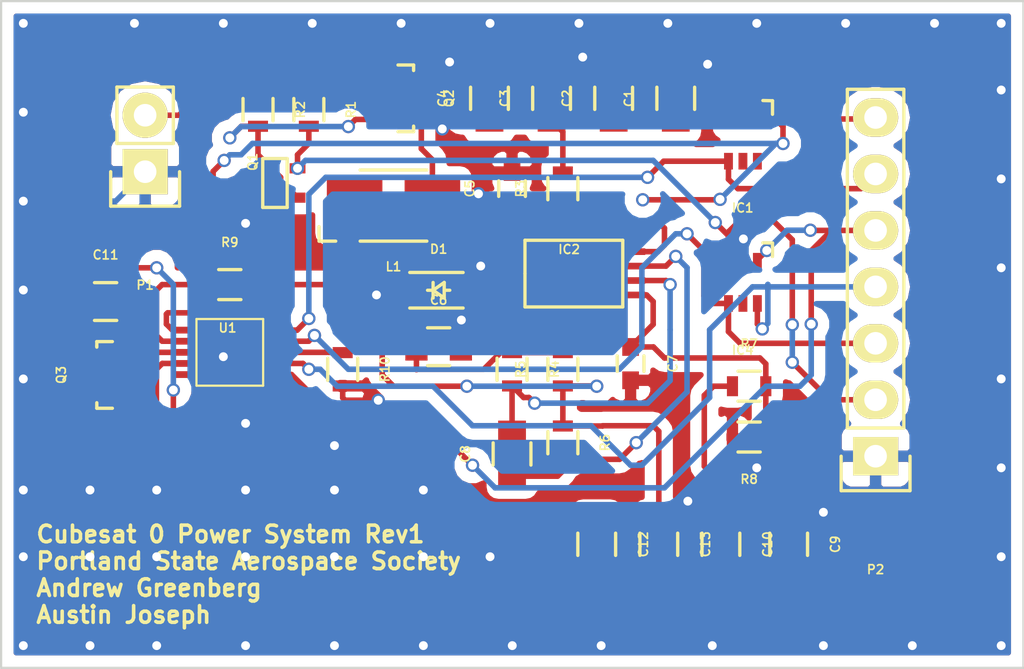
<source format=kicad_pcb>
(kicad_pcb (version 4) (host pcbnew 4.1.0-alpha+201605272346+6836~44~ubuntu16.04.1-product)

  (general
    (links 75)
    (no_connects 0)
    (area 150.949999 66.949999 197.050001 97.050001)
    (thickness 1.6)
    (drawings 5)
    (tracks 474)
    (zones 0)
    (modules 34)
    (nets 21)
  )

  (page A4)
  (layers
    (0 F.Cu signal)
    (31 B.Cu signal)
    (32 B.Adhes user)
    (33 F.Adhes user)
    (34 B.Paste user)
    (35 F.Paste user)
    (36 B.SilkS user)
    (37 F.SilkS user)
    (38 B.Mask user)
    (39 F.Mask user)
    (40 Dwgs.User user)
    (41 Cmts.User user)
    (42 Eco1.User user)
    (43 Eco2.User user)
    (44 Edge.Cuts user)
    (45 Margin user)
    (46 B.CrtYd user)
    (47 F.CrtYd user)
    (48 B.Fab user)
    (49 F.Fab user)
  )

  (setup
    (last_trace_width 0.25)
    (trace_clearance 0.2)
    (zone_clearance 0.508)
    (zone_45_only no)
    (trace_min 0.2)
    (segment_width 0.2)
    (edge_width 0.1)
    (via_size 0.6)
    (via_drill 0.4)
    (via_min_size 0.4)
    (via_min_drill 0.3)
    (uvia_size 0.3)
    (uvia_drill 0.1)
    (uvias_allowed no)
    (uvia_min_size 0.2)
    (uvia_min_drill 0.1)
    (pcb_text_width 0.3)
    (pcb_text_size 1.5 1.5)
    (mod_edge_width 0.15)
    (mod_text_size 0.4 0.4)
    (mod_text_width 0.075)
    (pad_size 1.5 1.5)
    (pad_drill 0.6)
    (pad_to_mask_clearance 0)
    (aux_axis_origin 0 0)
    (visible_elements FFFFFF7F)
    (pcbplotparams
      (layerselection 0x01000_ffffffff)
      (usegerberextensions false)
      (excludeedgelayer true)
      (linewidth 0.100000)
      (plotframeref false)
      (viasonmask false)
      (mode 1)
      (useauxorigin false)
      (hpglpennumber 1)
      (hpglpenspeed 20)
      (hpglpendiameter 15)
      (psnegative false)
      (psa4output false)
      (plotreference true)
      (plotvalue true)
      (plotinvisibletext false)
      (padsonsilk false)
      (subtractmaskfromsilk false)
      (outputformat 1)
      (mirror false)
      (drillshape 0)
      (scaleselection 1)
      (outputdirectory Gerbs/))
  )

  (net 0 "")
  (net 1 "Net-(C1-Pad1)")
  (net 2 GND)
  (net 3 "Net-(C6-Pad1)")
  (net 4 "Net-(C7-Pad1)")
  (net 5 "Net-(C8-Pad1)")
  (net 6 "Net-(C8-Pad2)")
  (net 7 "Net-(C10-Pad1)")
  (net 8 "Net-(C11-Pad1)")
  (net 9 "Net-(C11-Pad2)")
  (net 10 "Net-(D1-Pad2)")
  (net 11 "Net-(Q1-Pad1)")
  (net 12 "Net-(IC1-Pad4)")
  (net 13 "Net-(IC1-Pad3)")
  (net 14 "Net-(IC4-Pad3)")
  (net 15 "Net-(C5-Pad1)")
  (net 16 "Net-(IC1-Pad1)")
  (net 17 "Net-(IC4-Pad1)")
  (net 18 "Net-(IC4-Pad4)")
  (net 19 "Net-(IC4-Pad6)")
  (net 20 "Net-(R10-Pad1)")

  (net_class Default "This is the default net class."
    (clearance 0.2)
    (trace_width 0.25)
    (via_dia 0.6)
    (via_drill 0.4)
    (uvia_dia 0.3)
    (uvia_drill 0.1)
    (add_net GND)
    (add_net "Net-(C1-Pad1)")
    (add_net "Net-(C10-Pad1)")
    (add_net "Net-(C11-Pad1)")
    (add_net "Net-(C11-Pad2)")
    (add_net "Net-(C5-Pad1)")
    (add_net "Net-(C6-Pad1)")
    (add_net "Net-(C7-Pad1)")
    (add_net "Net-(C8-Pad1)")
    (add_net "Net-(C8-Pad2)")
    (add_net "Net-(D1-Pad2)")
    (add_net "Net-(IC1-Pad1)")
    (add_net "Net-(IC1-Pad3)")
    (add_net "Net-(IC1-Pad4)")
    (add_net "Net-(IC4-Pad1)")
    (add_net "Net-(IC4-Pad3)")
    (add_net "Net-(IC4-Pad4)")
    (add_net "Net-(IC4-Pad6)")
    (add_net "Net-(Q1-Pad1)")
    (add_net "Net-(R10-Pad1)")
  )

  (module Capacitors_SMD:C_0805 (layer F.Cu) (tedit 5415D6EA) (tstamp 571AC2C5)
    (at 181.356 71.374 90)
    (descr "Capacitor SMD 0805, reflow soldering, AVX (see smccp.pdf)")
    (tags "capacitor 0805")
    (path /56FC2234)
    (attr smd)
    (fp_text reference C1 (at 0 -2.1 90) (layer F.SilkS)
      (effects (font (size 0.4 0.4) (thickness 0.075)))
    )
    (fp_text value 47u (at 0 2.1 90) (layer F.Fab)
      (effects (font (size 0.4 0.4) (thickness 0.075)))
    )
    (fp_line (start -1.8 -1) (end 1.8 -1) (layer F.CrtYd) (width 0.05))
    (fp_line (start -1.8 1) (end 1.8 1) (layer F.CrtYd) (width 0.05))
    (fp_line (start -1.8 -1) (end -1.8 1) (layer F.CrtYd) (width 0.05))
    (fp_line (start 1.8 -1) (end 1.8 1) (layer F.CrtYd) (width 0.05))
    (fp_line (start 0.5 -0.85) (end -0.5 -0.85) (layer F.SilkS) (width 0.15))
    (fp_line (start -0.5 0.85) (end 0.5 0.85) (layer F.SilkS) (width 0.15))
    (pad 1 smd rect (at -1 0 90) (size 1 1.25) (layers F.Cu F.Paste F.Mask)
      (net 1 "Net-(C1-Pad1)"))
    (pad 2 smd rect (at 1 0 90) (size 1 1.25) (layers F.Cu F.Paste F.Mask)
      (net 2 GND))
    (model Capacitors_SMD.3dshapes/C_0805.wrl
      (at (xyz 0 0 0))
      (scale (xyz 1 1 1))
      (rotate (xyz 0 0 0))
    )
  )

  (module Capacitors_SMD:C_0805 (layer F.Cu) (tedit 5415D6EA) (tstamp 571AC2CB)
    (at 178.562 71.374 90)
    (descr "Capacitor SMD 0805, reflow soldering, AVX (see smccp.pdf)")
    (tags "capacitor 0805")
    (path /570C5D46)
    (attr smd)
    (fp_text reference C2 (at 0 -2.1 90) (layer F.SilkS)
      (effects (font (size 0.4 0.4) (thickness 0.075)))
    )
    (fp_text value 47u (at 0 2.1 90) (layer F.Fab)
      (effects (font (size 0.4 0.4) (thickness 0.075)))
    )
    (fp_line (start -1.8 -1) (end 1.8 -1) (layer F.CrtYd) (width 0.05))
    (fp_line (start -1.8 1) (end 1.8 1) (layer F.CrtYd) (width 0.05))
    (fp_line (start -1.8 -1) (end -1.8 1) (layer F.CrtYd) (width 0.05))
    (fp_line (start 1.8 -1) (end 1.8 1) (layer F.CrtYd) (width 0.05))
    (fp_line (start 0.5 -0.85) (end -0.5 -0.85) (layer F.SilkS) (width 0.15))
    (fp_line (start -0.5 0.85) (end 0.5 0.85) (layer F.SilkS) (width 0.15))
    (pad 1 smd rect (at -1 0 90) (size 1 1.25) (layers F.Cu F.Paste F.Mask)
      (net 1 "Net-(C1-Pad1)"))
    (pad 2 smd rect (at 1 0 90) (size 1 1.25) (layers F.Cu F.Paste F.Mask)
      (net 2 GND))
    (model Capacitors_SMD.3dshapes/C_0805.wrl
      (at (xyz 0 0 0))
      (scale (xyz 1 1 1))
      (rotate (xyz 0 0 0))
    )
  )

  (module Capacitors_SMD:C_0805 (layer F.Cu) (tedit 5415D6EA) (tstamp 571AC2D1)
    (at 175.768 71.374 90)
    (descr "Capacitor SMD 0805, reflow soldering, AVX (see smccp.pdf)")
    (tags "capacitor 0805")
    (path /570C5DC9)
    (attr smd)
    (fp_text reference C3 (at 0 -2.1 90) (layer F.SilkS)
      (effects (font (size 0.4 0.4) (thickness 0.075)))
    )
    (fp_text value 47u (at 0 2.1 90) (layer F.Fab)
      (effects (font (size 0.4 0.4) (thickness 0.075)))
    )
    (fp_line (start -1.8 -1) (end 1.8 -1) (layer F.CrtYd) (width 0.05))
    (fp_line (start -1.8 1) (end 1.8 1) (layer F.CrtYd) (width 0.05))
    (fp_line (start -1.8 -1) (end -1.8 1) (layer F.CrtYd) (width 0.05))
    (fp_line (start 1.8 -1) (end 1.8 1) (layer F.CrtYd) (width 0.05))
    (fp_line (start 0.5 -0.85) (end -0.5 -0.85) (layer F.SilkS) (width 0.15))
    (fp_line (start -0.5 0.85) (end 0.5 0.85) (layer F.SilkS) (width 0.15))
    (pad 1 smd rect (at -1 0 90) (size 1 1.25) (layers F.Cu F.Paste F.Mask)
      (net 1 "Net-(C1-Pad1)"))
    (pad 2 smd rect (at 1 0 90) (size 1 1.25) (layers F.Cu F.Paste F.Mask)
      (net 2 GND))
    (model Capacitors_SMD.3dshapes/C_0805.wrl
      (at (xyz 0 0 0))
      (scale (xyz 1 1 1))
      (rotate (xyz 0 0 0))
    )
  )

  (module Capacitors_SMD:C_0805 (layer F.Cu) (tedit 5415D6EA) (tstamp 571AC2D7)
    (at 172.974 71.374 90)
    (descr "Capacitor SMD 0805, reflow soldering, AVX (see smccp.pdf)")
    (tags "capacitor 0805")
    (path /570C601B)
    (attr smd)
    (fp_text reference C4 (at 0 -2.1 90) (layer F.SilkS)
      (effects (font (size 0.4 0.4) (thickness 0.075)))
    )
    (fp_text value 47u (at 0 2.1 90) (layer F.Fab)
      (effects (font (size 0.4 0.4) (thickness 0.075)))
    )
    (fp_line (start -1.8 -1) (end 1.8 -1) (layer F.CrtYd) (width 0.05))
    (fp_line (start -1.8 1) (end 1.8 1) (layer F.CrtYd) (width 0.05))
    (fp_line (start -1.8 -1) (end -1.8 1) (layer F.CrtYd) (width 0.05))
    (fp_line (start 1.8 -1) (end 1.8 1) (layer F.CrtYd) (width 0.05))
    (fp_line (start 0.5 -0.85) (end -0.5 -0.85) (layer F.SilkS) (width 0.15))
    (fp_line (start -0.5 0.85) (end 0.5 0.85) (layer F.SilkS) (width 0.15))
    (pad 1 smd rect (at -1 0 90) (size 1 1.25) (layers F.Cu F.Paste F.Mask)
      (net 1 "Net-(C1-Pad1)"))
    (pad 2 smd rect (at 1 0 90) (size 1 1.25) (layers F.Cu F.Paste F.Mask)
      (net 2 GND))
    (model Capacitors_SMD.3dshapes/C_0805.wrl
      (at (xyz 0 0 0))
      (scale (xyz 1 1 1))
      (rotate (xyz 0 0 0))
    )
  )

  (module Capacitors_SMD:C_0603 (layer F.Cu) (tedit 5415D631) (tstamp 571AC2DD)
    (at 173.99 75.438 90)
    (descr "Capacitor SMD 0603, reflow soldering, AVX (see smccp.pdf)")
    (tags "capacitor 0603")
    (path /56FC265F)
    (attr smd)
    (fp_text reference C5 (at 0 -1.9 90) (layer F.SilkS)
      (effects (font (size 0.4 0.4) (thickness 0.075)))
    )
    (fp_text value .1u (at 0 1.9 90) (layer F.Fab)
      (effects (font (size 0.4 0.4) (thickness 0.075)))
    )
    (fp_line (start -1.45 -0.75) (end 1.45 -0.75) (layer F.CrtYd) (width 0.05))
    (fp_line (start -1.45 0.75) (end 1.45 0.75) (layer F.CrtYd) (width 0.05))
    (fp_line (start -1.45 -0.75) (end -1.45 0.75) (layer F.CrtYd) (width 0.05))
    (fp_line (start 1.45 -0.75) (end 1.45 0.75) (layer F.CrtYd) (width 0.05))
    (fp_line (start -0.35 -0.6) (end 0.35 -0.6) (layer F.SilkS) (width 0.15))
    (fp_line (start 0.35 0.6) (end -0.35 0.6) (layer F.SilkS) (width 0.15))
    (pad 1 smd rect (at -0.75 0 90) (size 0.8 0.75) (layers F.Cu F.Paste F.Mask)
      (net 15 "Net-(C5-Pad1)"))
    (pad 2 smd rect (at 0.75 0 90) (size 0.8 0.75) (layers F.Cu F.Paste F.Mask)
      (net 2 GND))
    (model Capacitors_SMD.3dshapes/C_0603.wrl
      (at (xyz 0 0 0))
      (scale (xyz 1 1 1))
      (rotate (xyz 0 0 0))
    )
  )

  (module Capacitors_SMD:C_0805 (layer F.Cu) (tedit 5415D6EA) (tstamp 571AC2E3)
    (at 170.688 82.55)
    (descr "Capacitor SMD 0805, reflow soldering, AVX (see smccp.pdf)")
    (tags "capacitor 0805")
    (path /56FC2C40)
    (attr smd)
    (fp_text reference C6 (at 0 -2.1) (layer F.SilkS)
      (effects (font (size 0.4 0.4) (thickness 0.075)))
    )
    (fp_text value 10u (at 0 2.1) (layer F.Fab)
      (effects (font (size 0.4 0.4) (thickness 0.075)))
    )
    (fp_line (start -1.8 -1) (end 1.8 -1) (layer F.CrtYd) (width 0.05))
    (fp_line (start -1.8 1) (end 1.8 1) (layer F.CrtYd) (width 0.05))
    (fp_line (start -1.8 -1) (end -1.8 1) (layer F.CrtYd) (width 0.05))
    (fp_line (start 1.8 -1) (end 1.8 1) (layer F.CrtYd) (width 0.05))
    (fp_line (start 0.5 -0.85) (end -0.5 -0.85) (layer F.SilkS) (width 0.15))
    (fp_line (start -0.5 0.85) (end 0.5 0.85) (layer F.SilkS) (width 0.15))
    (pad 1 smd rect (at -1 0) (size 1 1.25) (layers F.Cu F.Paste F.Mask)
      (net 3 "Net-(C6-Pad1)"))
    (pad 2 smd rect (at 1 0) (size 1 1.25) (layers F.Cu F.Paste F.Mask)
      (net 2 GND))
    (model Capacitors_SMD.3dshapes/C_0805.wrl
      (at (xyz 0 0 0))
      (scale (xyz 1 1 1))
      (rotate (xyz 0 0 0))
    )
  )

  (module Capacitors_SMD:C_0603 (layer F.Cu) (tedit 5415D631) (tstamp 571AC2E9)
    (at 179.324 83.312 270)
    (descr "Capacitor SMD 0603, reflow soldering, AVX (see smccp.pdf)")
    (tags "capacitor 0603")
    (path /56FD0100)
    (attr smd)
    (fp_text reference C7 (at 0 -1.9 270) (layer F.SilkS)
      (effects (font (size 0.4 0.4) (thickness 0.075)))
    )
    (fp_text value .1u (at 0 1.9 270) (layer F.Fab)
      (effects (font (size 0.4 0.4) (thickness 0.075)))
    )
    (fp_line (start -1.45 -0.75) (end 1.45 -0.75) (layer F.CrtYd) (width 0.05))
    (fp_line (start -1.45 0.75) (end 1.45 0.75) (layer F.CrtYd) (width 0.05))
    (fp_line (start -1.45 -0.75) (end -1.45 0.75) (layer F.CrtYd) (width 0.05))
    (fp_line (start 1.45 -0.75) (end 1.45 0.75) (layer F.CrtYd) (width 0.05))
    (fp_line (start -0.35 -0.6) (end 0.35 -0.6) (layer F.SilkS) (width 0.15))
    (fp_line (start 0.35 0.6) (end -0.35 0.6) (layer F.SilkS) (width 0.15))
    (pad 1 smd rect (at -0.75 0 270) (size 0.8 0.75) (layers F.Cu F.Paste F.Mask)
      (net 4 "Net-(C7-Pad1)"))
    (pad 2 smd rect (at 0.75 0 270) (size 0.8 0.75) (layers F.Cu F.Paste F.Mask)
      (net 2 GND))
    (model Capacitors_SMD.3dshapes/C_0603.wrl
      (at (xyz 0 0 0))
      (scale (xyz 1 1 1))
      (rotate (xyz 0 0 0))
    )
  )

  (module Capacitors_SMD:C_0805 (layer F.Cu) (tedit 5415D6EA) (tstamp 571AC2EF)
    (at 173.99 87.376 90)
    (descr "Capacitor SMD 0805, reflow soldering, AVX (see smccp.pdf)")
    (tags "capacitor 0805")
    (path /56FC28B0)
    (attr smd)
    (fp_text reference C8 (at 0 -2.1 90) (layer F.SilkS)
      (effects (font (size 0.4 0.4) (thickness 0.075)))
    )
    (fp_text value 1.2u (at 0 2.1 90) (layer F.Fab)
      (effects (font (size 0.4 0.4) (thickness 0.075)))
    )
    (fp_line (start -1.8 -1) (end 1.8 -1) (layer F.CrtYd) (width 0.05))
    (fp_line (start -1.8 1) (end 1.8 1) (layer F.CrtYd) (width 0.05))
    (fp_line (start -1.8 -1) (end -1.8 1) (layer F.CrtYd) (width 0.05))
    (fp_line (start 1.8 -1) (end 1.8 1) (layer F.CrtYd) (width 0.05))
    (fp_line (start 0.5 -0.85) (end -0.5 -0.85) (layer F.SilkS) (width 0.15))
    (fp_line (start -0.5 0.85) (end 0.5 0.85) (layer F.SilkS) (width 0.15))
    (pad 1 smd rect (at -1 0 90) (size 1 1.25) (layers F.Cu F.Paste F.Mask)
      (net 5 "Net-(C8-Pad1)"))
    (pad 2 smd rect (at 1 0 90) (size 1 1.25) (layers F.Cu F.Paste F.Mask)
      (net 6 "Net-(C8-Pad2)"))
    (model Capacitors_SMD.3dshapes/C_0805.wrl
      (at (xyz 0 0 0))
      (scale (xyz 1 1 1))
      (rotate (xyz 0 0 0))
    )
  )

  (module Capacitors_SMD:C_0805 (layer F.Cu) (tedit 5415D6EA) (tstamp 571AC2F5)
    (at 186.436 91.44 270)
    (descr "Capacitor SMD 0805, reflow soldering, AVX (see smccp.pdf)")
    (tags "capacitor 0805")
    (path /56FC33BF)
    (attr smd)
    (fp_text reference C9 (at 0 -2.1 270) (layer F.SilkS)
      (effects (font (size 0.4 0.4) (thickness 0.075)))
    )
    (fp_text value 47u (at 0 2.1 270) (layer F.Fab)
      (effects (font (size 0.4 0.4) (thickness 0.075)))
    )
    (fp_line (start -1.8 -1) (end 1.8 -1) (layer F.CrtYd) (width 0.05))
    (fp_line (start -1.8 1) (end 1.8 1) (layer F.CrtYd) (width 0.05))
    (fp_line (start -1.8 -1) (end -1.8 1) (layer F.CrtYd) (width 0.05))
    (fp_line (start 1.8 -1) (end 1.8 1) (layer F.CrtYd) (width 0.05))
    (fp_line (start 0.5 -0.85) (end -0.5 -0.85) (layer F.SilkS) (width 0.15))
    (fp_line (start -0.5 0.85) (end 0.5 0.85) (layer F.SilkS) (width 0.15))
    (pad 1 smd rect (at -1 0 270) (size 1 1.25) (layers F.Cu F.Paste F.Mask)
      (net 7 "Net-(C10-Pad1)"))
    (pad 2 smd rect (at 1 0 270) (size 1 1.25) (layers F.Cu F.Paste F.Mask)
      (net 2 GND))
    (model Capacitors_SMD.3dshapes/C_0805.wrl
      (at (xyz 0 0 0))
      (scale (xyz 1 1 1))
      (rotate (xyz 0 0 0))
    )
  )

  (module Capacitors_SMD:C_0805 (layer F.Cu) (tedit 5415D6EA) (tstamp 571AC2FB)
    (at 183.388 91.44 270)
    (descr "Capacitor SMD 0805, reflow soldering, AVX (see smccp.pdf)")
    (tags "capacitor 0805")
    (path /570C70B1)
    (attr smd)
    (fp_text reference C10 (at 0 -2.1 270) (layer F.SilkS)
      (effects (font (size 0.4 0.4) (thickness 0.075)))
    )
    (fp_text value 47u (at 0 2.1 270) (layer F.Fab)
      (effects (font (size 0.4 0.4) (thickness 0.075)))
    )
    (fp_line (start -1.8 -1) (end 1.8 -1) (layer F.CrtYd) (width 0.05))
    (fp_line (start -1.8 1) (end 1.8 1) (layer F.CrtYd) (width 0.05))
    (fp_line (start -1.8 -1) (end -1.8 1) (layer F.CrtYd) (width 0.05))
    (fp_line (start 1.8 -1) (end 1.8 1) (layer F.CrtYd) (width 0.05))
    (fp_line (start 0.5 -0.85) (end -0.5 -0.85) (layer F.SilkS) (width 0.15))
    (fp_line (start -0.5 0.85) (end 0.5 0.85) (layer F.SilkS) (width 0.15))
    (pad 1 smd rect (at -1 0 270) (size 1 1.25) (layers F.Cu F.Paste F.Mask)
      (net 7 "Net-(C10-Pad1)"))
    (pad 2 smd rect (at 1 0 270) (size 1 1.25) (layers F.Cu F.Paste F.Mask)
      (net 2 GND))
    (model Capacitors_SMD.3dshapes/C_0805.wrl
      (at (xyz 0 0 0))
      (scale (xyz 1 1 1))
      (rotate (xyz 0 0 0))
    )
  )

  (module Capacitors_SMD:C_0805 (layer F.Cu) (tedit 5415D6EA) (tstamp 571AC301)
    (at 155.702 80.518)
    (descr "Capacitor SMD 0805, reflow soldering, AVX (see smccp.pdf)")
    (tags "capacitor 0805")
    (path /56FC9F2E)
    (attr smd)
    (fp_text reference C11 (at 0 -2.1) (layer F.SilkS)
      (effects (font (size 0.4 0.4) (thickness 0.075)))
    )
    (fp_text value 470p (at 0 2.1) (layer F.Fab)
      (effects (font (size 0.4 0.4) (thickness 0.075)))
    )
    (fp_line (start -1.8 -1) (end 1.8 -1) (layer F.CrtYd) (width 0.05))
    (fp_line (start -1.8 1) (end 1.8 1) (layer F.CrtYd) (width 0.05))
    (fp_line (start -1.8 -1) (end -1.8 1) (layer F.CrtYd) (width 0.05))
    (fp_line (start 1.8 -1) (end 1.8 1) (layer F.CrtYd) (width 0.05))
    (fp_line (start 0.5 -0.85) (end -0.5 -0.85) (layer F.SilkS) (width 0.15))
    (fp_line (start -0.5 0.85) (end 0.5 0.85) (layer F.SilkS) (width 0.15))
    (pad 1 smd rect (at -1 0) (size 1 1.25) (layers F.Cu F.Paste F.Mask)
      (net 8 "Net-(C11-Pad1)"))
    (pad 2 smd rect (at 1 0) (size 1 1.25) (layers F.Cu F.Paste F.Mask)
      (net 9 "Net-(C11-Pad2)"))
    (model Capacitors_SMD.3dshapes/C_0805.wrl
      (at (xyz 0 0 0))
      (scale (xyz 1 1 1))
      (rotate (xyz 0 0 0))
    )
  )

  (module Capacitors_SMD:C_0805 (layer F.Cu) (tedit 5415D6EA) (tstamp 571AC307)
    (at 177.8 91.44 270)
    (descr "Capacitor SMD 0805, reflow soldering, AVX (see smccp.pdf)")
    (tags "capacitor 0805")
    (path /570C7137)
    (attr smd)
    (fp_text reference C12 (at 0 -2.1 270) (layer F.SilkS)
      (effects (font (size 0.4 0.4) (thickness 0.075)))
    )
    (fp_text value 47u (at 0 2.1 270) (layer F.Fab)
      (effects (font (size 0.4 0.4) (thickness 0.075)))
    )
    (fp_line (start -1.8 -1) (end 1.8 -1) (layer F.CrtYd) (width 0.05))
    (fp_line (start -1.8 1) (end 1.8 1) (layer F.CrtYd) (width 0.05))
    (fp_line (start -1.8 -1) (end -1.8 1) (layer F.CrtYd) (width 0.05))
    (fp_line (start 1.8 -1) (end 1.8 1) (layer F.CrtYd) (width 0.05))
    (fp_line (start 0.5 -0.85) (end -0.5 -0.85) (layer F.SilkS) (width 0.15))
    (fp_line (start -0.5 0.85) (end 0.5 0.85) (layer F.SilkS) (width 0.15))
    (pad 1 smd rect (at -1 0 270) (size 1 1.25) (layers F.Cu F.Paste F.Mask)
      (net 7 "Net-(C10-Pad1)"))
    (pad 2 smd rect (at 1 0 270) (size 1 1.25) (layers F.Cu F.Paste F.Mask)
      (net 2 GND))
    (model Capacitors_SMD.3dshapes/C_0805.wrl
      (at (xyz 0 0 0))
      (scale (xyz 1 1 1))
      (rotate (xyz 0 0 0))
    )
  )

  (module Capacitors_SMD:C_0805 (layer F.Cu) (tedit 5415D6EA) (tstamp 571AC30D)
    (at 180.594 91.44 270)
    (descr "Capacitor SMD 0805, reflow soldering, AVX (see smccp.pdf)")
    (tags "capacitor 0805")
    (path /570C71C0)
    (attr smd)
    (fp_text reference C13 (at 0 -2.1 270) (layer F.SilkS)
      (effects (font (size 0.4 0.4) (thickness 0.075)))
    )
    (fp_text value 47u (at 0 2.1 270) (layer F.Fab)
      (effects (font (size 0.4 0.4) (thickness 0.075)))
    )
    (fp_line (start -1.8 -1) (end 1.8 -1) (layer F.CrtYd) (width 0.05))
    (fp_line (start -1.8 1) (end 1.8 1) (layer F.CrtYd) (width 0.05))
    (fp_line (start -1.8 -1) (end -1.8 1) (layer F.CrtYd) (width 0.05))
    (fp_line (start 1.8 -1) (end 1.8 1) (layer F.CrtYd) (width 0.05))
    (fp_line (start 0.5 -0.85) (end -0.5 -0.85) (layer F.SilkS) (width 0.15))
    (fp_line (start -0.5 0.85) (end 0.5 0.85) (layer F.SilkS) (width 0.15))
    (pad 1 smd rect (at -1 0 270) (size 1 1.25) (layers F.Cu F.Paste F.Mask)
      (net 7 "Net-(C10-Pad1)"))
    (pad 2 smd rect (at 1 0 270) (size 1 1.25) (layers F.Cu F.Paste F.Mask)
      (net 2 GND))
    (model Capacitors_SMD.3dshapes/C_0805.wrl
      (at (xyz 0 0 0))
      (scale (xyz 1 1 1))
      (rotate (xyz 0 0 0))
    )
  )

  (module Diodes_SMD:SOD-323 (layer F.Cu) (tedit 5530FC5E) (tstamp 571AC313)
    (at 170.688 80.01)
    (descr SOD-323)
    (tags SOD-323)
    (path /56FC243A)
    (attr smd)
    (fp_text reference D1 (at 0 -1.85) (layer F.SilkS)
      (effects (font (size 0.4 0.4) (thickness 0.075)))
    )
    (fp_text value D_Schottky (at 0.1 1.9) (layer F.Fab)
      (effects (font (size 0.4 0.4) (thickness 0.075)))
    )
    (fp_line (start 0.25 0) (end 0.5 0) (layer F.SilkS) (width 0.15))
    (fp_line (start -0.25 0) (end -0.5 0) (layer F.SilkS) (width 0.15))
    (fp_line (start -0.25 0) (end 0.25 -0.35) (layer F.SilkS) (width 0.15))
    (fp_line (start 0.25 -0.35) (end 0.25 0.35) (layer F.SilkS) (width 0.15))
    (fp_line (start 0.25 0.35) (end -0.25 0) (layer F.SilkS) (width 0.15))
    (fp_line (start -0.25 -0.35) (end -0.25 0.35) (layer F.SilkS) (width 0.15))
    (fp_line (start -1.5 -0.95) (end 1.5 -0.95) (layer F.CrtYd) (width 0.05))
    (fp_line (start 1.5 -0.95) (end 1.5 0.95) (layer F.CrtYd) (width 0.05))
    (fp_line (start -1.5 0.95) (end 1.5 0.95) (layer F.CrtYd) (width 0.05))
    (fp_line (start -1.5 -0.95) (end -1.5 0.95) (layer F.CrtYd) (width 0.05))
    (fp_line (start -1.3 0.8) (end 1.1 0.8) (layer F.SilkS) (width 0.15))
    (fp_line (start -1.3 -0.8) (end 1.1 -0.8) (layer F.SilkS) (width 0.15))
    (pad 1 smd rect (at -1.055 0) (size 0.59 0.45) (layers F.Cu F.Paste F.Mask)
      (net 3 "Net-(C6-Pad1)"))
    (pad 2 smd rect (at 1.055 0) (size 0.59 0.45) (layers F.Cu F.Paste F.Mask)
      (net 10 "Net-(D1-Pad2)"))
  )

  (module TO_SOT_Packages_SMD:SC-70-6 (layer F.Cu) (tedit 54E926FA) (tstamp 571AC31D)
    (at 184.3786 73.2536 180)
    (descr SC-70-6,)
    (tags SC-70-6,)
    (path /570C23EA)
    (attr smd)
    (fp_text reference IC1 (at 0.01016 -3.05054 180) (layer F.SilkS)
      (effects (font (size 0.4 0.4) (thickness 0.075)))
    )
    (fp_text value TVS_4x4 (at 0.04064 4.191 180) (layer F.Fab)
      (effects (font (size 0.4 0.4) (thickness 0.075)))
    )
    (fp_line (start -1.33096 1.16078) (end -1.33096 1.77038) (layer F.SilkS) (width 0.15))
    (fp_line (start -1.33096 1.77038) (end -0.89916 1.78054) (layer F.SilkS) (width 0.15))
    (pad 1 smd rect (at -0.65024 0.94996 180) (size 0.39878 0.7493) (layers F.Cu F.Paste F.Mask)
      (net 16 "Net-(IC1-Pad1)"))
    (pad 2 smd rect (at 0 0.94996 180) (size 0.39878 0.7493) (layers F.Cu F.Paste F.Mask)
      (net 2 GND))
    (pad 3 smd rect (at 0.65024 0.94996 180) (size 0.39878 0.7493) (layers F.Cu F.Paste F.Mask)
      (net 13 "Net-(IC1-Pad3)"))
    (pad 4 smd rect (at 0.65024 -0.94996 180) (size 0.39878 0.7493) (layers F.Cu F.Paste F.Mask)
      (net 12 "Net-(IC1-Pad4)"))
    (pad 5 smd rect (at 0 -0.94996 180) (size 0.39878 0.7493) (layers F.Cu F.Paste F.Mask))
    (pad 6 smd rect (at -0.65024 -0.94996 180) (size 0.39878 0.7493) (layers F.Cu F.Paste F.Mask))
    (model TO_SOT_Packages_SMD.3dshapes/SC-70-6.wrl
      (at (xyz 0 0 0))
      (scale (xyz 1 1 1))
      (rotate (xyz 0 0 0))
    )
  )

  (module Solar:TSSOP-8 (layer F.Cu) (tedit 56DFA25D) (tstamp 571AC329)
    (at 176.784 79.248)
    (path /56FC2105)
    (fp_text reference IC2 (at -0.225 -1.075 180) (layer F.SilkS)
      (effects (font (size 0.4 0.4) (thickness 0.075)))
    )
    (fp_text value SPV1040 (at -0.125 1.025 180) (layer F.Fab)
      (effects (font (size 0.4 0.4) (thickness 0.075)))
    )
    (fp_line (start -2.2125 0.0125) (end -2.2125 -1.4875) (layer F.SilkS) (width 0.15))
    (fp_line (start -2.2125 -1.4875) (end 2.1875 -1.4875) (layer F.SilkS) (width 0.15))
    (fp_line (start 2.1875 -1.4875) (end 2.1875 1.5125) (layer F.SilkS) (width 0.15))
    (fp_line (start 2.1875 1.5125) (end -2.2125 1.5125) (layer F.SilkS) (width 0.15))
    (fp_line (start -2.2125 1.5125) (end -2.2125 0.0125) (layer F.SilkS) (width 0.15))
    (pad 4 smd rect (at -2.7 0.975 90) (size 0.3 1) (layers F.Cu F.Paste F.Mask)
      (net 3 "Net-(C6-Pad1)"))
    (pad 3 smd rect (at -2.7 0.325 90) (size 0.3 1) (layers F.Cu F.Paste F.Mask)
      (net 10 "Net-(D1-Pad2)"))
    (pad 2 smd rect (at -2.7 -0.325 90) (size 0.3 1) (layers F.Cu F.Paste F.Mask)
      (net 2 GND))
    (pad 1 smd rect (at -2.7 -0.975 90) (size 0.3 1) (layers F.Cu F.Paste F.Mask)
      (net 15 "Net-(C5-Pad1)"))
    (pad 5 smd rect (at 2.7 0.975 90) (size 0.3 1) (layers F.Cu F.Paste F.Mask)
      (net 4 "Net-(C7-Pad1)"))
    (pad 6 smd rect (at 2.7 0.325 90) (size 0.3 1) (layers F.Cu F.Paste F.Mask)
      (net 6 "Net-(C8-Pad2)"))
    (pad 7 smd rect (at 2.7 -0.325 90) (size 0.3 1) (layers F.Cu F.Paste F.Mask)
      (net 5 "Net-(C8-Pad1)"))
    (pad 8 smd rect (at 2.7 -0.975 90) (size 0.3 1) (layers F.Cu F.Paste F.Mask)
      (net 15 "Net-(C5-Pad1)"))
    (model Housings_SSOP.3dshapes/MSOP-8_3x3mm_Pitch0.65mm.wrl
      (at (xyz 0 0 0))
      (scale (xyz 1.25 1 1))
      (rotate (xyz 0 0 0))
    )
  )

  (module TO_SOT_Packages_SMD:SC-70-6 (layer F.Cu) (tedit 54E926FA) (tstamp 571AC333)
    (at 184.3786 79.6544 180)
    (descr SC-70-6,)
    (tags SC-70-6,)
    (path /570C29BF)
    (attr smd)
    (fp_text reference IC4 (at 0.01016 -3.05054 180) (layer F.SilkS)
      (effects (font (size 0.4 0.4) (thickness 0.075)))
    )
    (fp_text value TVS_4x4 (at 0.04064 4.191 180) (layer F.Fab)
      (effects (font (size 0.4 0.4) (thickness 0.075)))
    )
    (fp_line (start -1.33096 1.16078) (end -1.33096 1.77038) (layer F.SilkS) (width 0.15))
    (fp_line (start -1.33096 1.77038) (end -0.89916 1.78054) (layer F.SilkS) (width 0.15))
    (pad 1 smd rect (at -0.65024 0.94996 180) (size 0.39878 0.7493) (layers F.Cu F.Paste F.Mask)
      (net 17 "Net-(IC4-Pad1)"))
    (pad 2 smd rect (at 0 0.94996 180) (size 0.39878 0.7493) (layers F.Cu F.Paste F.Mask)
      (net 2 GND))
    (pad 3 smd rect (at 0.65024 0.94996 180) (size 0.39878 0.7493) (layers F.Cu F.Paste F.Mask)
      (net 14 "Net-(IC4-Pad3)"))
    (pad 4 smd rect (at 0.65024 -0.94996 180) (size 0.39878 0.7493) (layers F.Cu F.Paste F.Mask)
      (net 18 "Net-(IC4-Pad4)"))
    (pad 5 smd rect (at 0 -0.94996 180) (size 0.39878 0.7493) (layers F.Cu F.Paste F.Mask))
    (pad 6 smd rect (at -0.65024 -0.94996 180) (size 0.39878 0.7493) (layers F.Cu F.Paste F.Mask)
      (net 19 "Net-(IC4-Pad6)"))
    (model TO_SOT_Packages_SMD.3dshapes/SC-70-6.wrl
      (at (xyz 0 0 0))
      (scale (xyz 1 1 1))
      (rotate (xyz 0 0 0))
    )
  )

  (module Inductors:Inductor_1212 (layer F.Cu) (tedit 5652586A) (tstamp 571AC339)
    (at 168.656 76.2)
    (path /56FC22CD)
    (attr smd)
    (fp_text reference L1 (at 0 2.75) (layer F.SilkS)
      (effects (font (size 0.4 0.4) (thickness 0.075)))
    )
    (fp_text value 10u (at 0 -2.75) (layer F.Fab)
      (effects (font (size 0.4 0.4) (thickness 0.075)))
    )
    (fp_line (start -3.35 1.6) (end -3.35 0.95) (layer F.SilkS) (width 0.15))
    (fp_line (start -2.6 1.6) (end -3.35 1.6) (layer F.SilkS) (width 0.15))
    (fp_line (start -3.5 2) (end -3.5 -2) (layer F.CrtYd) (width 0.05))
    (fp_line (start 3.5 2) (end -3.5 2) (layer F.CrtYd) (width 0.05))
    (fp_line (start 3.5 -2) (end 3.5 2) (layer F.CrtYd) (width 0.05))
    (fp_line (start -3.5 -2) (end 3.5 -2) (layer F.CrtYd) (width 0.05))
    (fp_line (start 1.5 1.6) (end -1.5 1.6) (layer F.SilkS) (width 0.15))
    (fp_line (start -1.5 -1.6) (end 1.5 -1.6) (layer F.SilkS) (width 0.15))
    (pad 1 smd rect (at -1.75 0) (size 2.5 2.5) (layers F.Cu F.Paste F.Mask)
      (net 10 "Net-(D1-Pad2)"))
    (pad 2 smd rect (at 1.75 0) (size 2.5 2.5) (layers F.Cu F.Paste F.Mask)
      (net 1 "Net-(C1-Pad1)"))
  )

  (module Pin_Headers:Pin_Header_Straight_1x02 (layer F.Cu) (tedit 54EA090C) (tstamp 571AC33F)
    (at 157.48 74.676 180)
    (descr "Through hole pin header")
    (tags "pin header")
    (path /56FC3614)
    (fp_text reference P1 (at 0 -5.1 180) (layer F.SilkS)
      (effects (font (size 0.4 0.4) (thickness 0.075)))
    )
    (fp_text value PV_IN (at 0 -3.1 180) (layer F.Fab)
      (effects (font (size 0.4 0.4) (thickness 0.075)))
    )
    (fp_line (start 1.27 1.27) (end 1.27 3.81) (layer F.SilkS) (width 0.15))
    (fp_line (start 1.55 -1.55) (end 1.55 0) (layer F.SilkS) (width 0.15))
    (fp_line (start -1.75 -1.75) (end -1.75 4.3) (layer F.CrtYd) (width 0.05))
    (fp_line (start 1.75 -1.75) (end 1.75 4.3) (layer F.CrtYd) (width 0.05))
    (fp_line (start -1.75 -1.75) (end 1.75 -1.75) (layer F.CrtYd) (width 0.05))
    (fp_line (start -1.75 4.3) (end 1.75 4.3) (layer F.CrtYd) (width 0.05))
    (fp_line (start 1.27 1.27) (end -1.27 1.27) (layer F.SilkS) (width 0.15))
    (fp_line (start -1.55 0) (end -1.55 -1.55) (layer F.SilkS) (width 0.15))
    (fp_line (start -1.55 -1.55) (end 1.55 -1.55) (layer F.SilkS) (width 0.15))
    (fp_line (start -1.27 1.27) (end -1.27 3.81) (layer F.SilkS) (width 0.15))
    (fp_line (start -1.27 3.81) (end 1.27 3.81) (layer F.SilkS) (width 0.15))
    (pad 1 thru_hole rect (at 0 0 180) (size 2.032 2.032) (drill 1.016) (layers *.Cu *.Mask F.SilkS)
      (net 2 GND))
    (pad 2 thru_hole oval (at 0 2.54 180) (size 2.032 2.032) (drill 1.016) (layers *.Cu *.Mask F.SilkS)
      (net 13 "Net-(IC1-Pad3)"))
    (model Pin_Headers.3dshapes/Pin_Header_Straight_1x02.wrl
      (at (xyz 0 -0.05 0))
      (scale (xyz 1 1 1))
      (rotate (xyz 0 0 90))
    )
  )

  (module Pin_Headers:Pin_Header_Straight_1x07 (layer F.Cu) (tedit 0) (tstamp 571AC34A)
    (at 190.3476 87.4776 180)
    (descr "Through hole pin header")
    (tags "pin header")
    (path /56FCDF0F)
    (fp_text reference P2 (at 0 -5.1 180) (layer F.SilkS)
      (effects (font (size 0.4 0.4) (thickness 0.075)))
    )
    (fp_text value CONN_01X07 (at 0 -3.1 180) (layer F.Fab)
      (effects (font (size 0.4 0.4) (thickness 0.075)))
    )
    (fp_line (start -1.75 -1.75) (end -1.75 17) (layer F.CrtYd) (width 0.05))
    (fp_line (start 1.75 -1.75) (end 1.75 17) (layer F.CrtYd) (width 0.05))
    (fp_line (start -1.75 -1.75) (end 1.75 -1.75) (layer F.CrtYd) (width 0.05))
    (fp_line (start -1.75 17) (end 1.75 17) (layer F.CrtYd) (width 0.05))
    (fp_line (start 1.27 1.27) (end 1.27 16.51) (layer F.SilkS) (width 0.15))
    (fp_line (start 1.27 16.51) (end -1.27 16.51) (layer F.SilkS) (width 0.15))
    (fp_line (start -1.27 16.51) (end -1.27 1.27) (layer F.SilkS) (width 0.15))
    (fp_line (start 1.55 -1.55) (end 1.55 0) (layer F.SilkS) (width 0.15))
    (fp_line (start 1.27 1.27) (end -1.27 1.27) (layer F.SilkS) (width 0.15))
    (fp_line (start -1.55 0) (end -1.55 -1.55) (layer F.SilkS) (width 0.15))
    (fp_line (start -1.55 -1.55) (end 1.55 -1.55) (layer F.SilkS) (width 0.15))
    (pad 1 thru_hole rect (at 0 0 180) (size 2.032 1.7272) (drill 1.016) (layers *.Cu *.Mask F.SilkS)
      (net 2 GND))
    (pad 2 thru_hole oval (at 0 2.54 180) (size 2.032 1.7272) (drill 1.016) (layers *.Cu *.Mask F.SilkS)
      (net 14 "Net-(IC4-Pad3)"))
    (pad 3 thru_hole oval (at 0 5.08 180) (size 2.032 1.7272) (drill 1.016) (layers *.Cu *.Mask F.SilkS)
      (net 18 "Net-(IC4-Pad4)"))
    (pad 4 thru_hole oval (at 0 7.62 180) (size 2.032 1.7272) (drill 1.016) (layers *.Cu *.Mask F.SilkS)
      (net 19 "Net-(IC4-Pad6)"))
    (pad 5 thru_hole oval (at 0 10.16 180) (size 2.032 1.7272) (drill 1.016) (layers *.Cu *.Mask F.SilkS)
      (net 17 "Net-(IC4-Pad1)"))
    (pad 6 thru_hole oval (at 0 12.7 180) (size 2.032 1.7272) (drill 1.016) (layers *.Cu *.Mask F.SilkS)
      (net 12 "Net-(IC1-Pad4)"))
    (pad 7 thru_hole oval (at 0 15.24 180) (size 2.032 1.7272) (drill 1.016) (layers *.Cu *.Mask F.SilkS)
      (net 16 "Net-(IC1-Pad1)"))
    (model Pin_Headers.3dshapes/Pin_Header_Straight_1x07.wrl
      (at (xyz 0 -0.3 0))
      (scale (xyz 1 1 1))
      (rotate (xyz 0 0 90))
    )
  )

  (module TO_SOT_Packages_SMD:SC-70 (layer F.Cu) (tedit 0) (tstamp 571AC351)
    (at 163.322 75.184 90)
    (descr "SC70 SOT323")
    (path /57096EE0)
    (attr smd)
    (fp_text reference Q1 (at 0.95 -1 90) (layer F.SilkS)
      (effects (font (size 0.4 0.4) (thickness 0.075)))
    )
    (fp_text value 2N7002WT1GOSCT (at 1.85 0.25 90) (layer F.Fab)
      (effects (font (size 0.4 0.4) (thickness 0.075)))
    )
    (fp_line (start -1.1 -0.55) (end -1.1 0.55) (layer F.SilkS) (width 0.15))
    (fp_line (start -1.1 0.55) (end 1.1 0.55) (layer F.SilkS) (width 0.15))
    (fp_line (start 1.1 0.55) (end 1.1 -0.55) (layer F.SilkS) (width 0.15))
    (fp_line (start 1.1 -0.55) (end -1.05 -0.55) (layer F.SilkS) (width 0.15))
    (fp_line (start -1.05 -0.55) (end -1.1 -0.55) (layer F.SilkS) (width 0.15))
    (pad 1 smd rect (at -0.6604 1.016 90) (size 0.4572 0.7112) (layers F.Cu F.Paste F.Mask)
      (net 11 "Net-(Q1-Pad1)"))
    (pad 2 smd rect (at 0.6604 1.016 90) (size 0.4572 0.7112) (layers F.Cu F.Paste F.Mask)
      (net 14 "Net-(IC4-Pad3)"))
    (pad 3 smd rect (at 0 -1.016 90) (size 0.4572 0.7112) (layers F.Cu F.Paste F.Mask)
      (net 2 GND))
    (model TO_SOT_Packages_SMD.3dshapes/SC-70.wrl
      (at (xyz 0 0 0))
      (scale (xyz 1 1 1))
      (rotate (xyz 0 0 0))
    )
  )

  (module TO_SOT_Packages_SMD:SOT-23 (layer F.Cu) (tedit 553634F8) (tstamp 571AC358)
    (at 168.91 71.374 270)
    (descr "SOT-23, Standard")
    (tags SOT-23)
    (path /57096F83)
    (attr smd)
    (fp_text reference Q2 (at 0 -2.25 270) (layer F.SilkS)
      (effects (font (size 0.4 0.4) (thickness 0.075)))
    )
    (fp_text value NTR1P02T1GOSCT (at 0 2.3 270) (layer F.Fab)
      (effects (font (size 0.4 0.4) (thickness 0.075)))
    )
    (fp_line (start -1.65 -1.6) (end 1.65 -1.6) (layer F.CrtYd) (width 0.05))
    (fp_line (start 1.65 -1.6) (end 1.65 1.6) (layer F.CrtYd) (width 0.05))
    (fp_line (start 1.65 1.6) (end -1.65 1.6) (layer F.CrtYd) (width 0.05))
    (fp_line (start -1.65 1.6) (end -1.65 -1.6) (layer F.CrtYd) (width 0.05))
    (fp_line (start 1.29916 -0.65024) (end 1.2509 -0.65024) (layer F.SilkS) (width 0.15))
    (fp_line (start -1.49982 0.0508) (end -1.49982 -0.65024) (layer F.SilkS) (width 0.15))
    (fp_line (start -1.49982 -0.65024) (end -1.2509 -0.65024) (layer F.SilkS) (width 0.15))
    (fp_line (start 1.29916 -0.65024) (end 1.49982 -0.65024) (layer F.SilkS) (width 0.15))
    (fp_line (start 1.49982 -0.65024) (end 1.49982 0.0508) (layer F.SilkS) (width 0.15))
    (pad 1 smd rect (at -0.95 1.00076 270) (size 0.8001 0.8001) (layers F.Cu F.Paste F.Mask)
      (net 13 "Net-(IC1-Pad3)"))
    (pad 2 smd rect (at 0.95 1.00076 270) (size 0.8001 0.8001) (layers F.Cu F.Paste F.Mask)
      (net 11 "Net-(Q1-Pad1)"))
    (pad 3 smd rect (at 0 -0.99822 270) (size 0.8001 0.8001) (layers F.Cu F.Paste F.Mask)
      (net 1 "Net-(C1-Pad1)"))
    (model TO_SOT_Packages_SMD.3dshapes/SOT-23.wrl
      (at (xyz 0 0 0))
      (scale (xyz 1 1 1))
      (rotate (xyz 0 0 0))
    )
  )

  (module TO_SOT_Packages_SMD:SOT-23 (layer F.Cu) (tedit 553634F8) (tstamp 571AC35F)
    (at 155.956 83.82 90)
    (descr "SOT-23, Standard")
    (tags SOT-23)
    (path /56FC9EC1)
    (attr smd)
    (fp_text reference Q3 (at 0 -2.25 90) (layer F.SilkS)
      (effects (font (size 0.4 0.4) (thickness 0.075)))
    )
    (fp_text value MMBT3904 (at 0 2.3 90) (layer F.Fab)
      (effects (font (size 0.4 0.4) (thickness 0.075)))
    )
    (fp_line (start -1.65 -1.6) (end 1.65 -1.6) (layer F.CrtYd) (width 0.05))
    (fp_line (start 1.65 -1.6) (end 1.65 1.6) (layer F.CrtYd) (width 0.05))
    (fp_line (start 1.65 1.6) (end -1.65 1.6) (layer F.CrtYd) (width 0.05))
    (fp_line (start -1.65 1.6) (end -1.65 -1.6) (layer F.CrtYd) (width 0.05))
    (fp_line (start 1.29916 -0.65024) (end 1.2509 -0.65024) (layer F.SilkS) (width 0.15))
    (fp_line (start -1.49982 0.0508) (end -1.49982 -0.65024) (layer F.SilkS) (width 0.15))
    (fp_line (start -1.49982 -0.65024) (end -1.2509 -0.65024) (layer F.SilkS) (width 0.15))
    (fp_line (start 1.29916 -0.65024) (end 1.49982 -0.65024) (layer F.SilkS) (width 0.15))
    (fp_line (start 1.49982 -0.65024) (end 1.49982 0.0508) (layer F.SilkS) (width 0.15))
    (pad 1 smd rect (at -0.95 1.00076 90) (size 0.8001 0.8001) (layers F.Cu F.Paste F.Mask)
      (net 9 "Net-(C11-Pad2)"))
    (pad 2 smd rect (at 0.95 1.00076 90) (size 0.8001 0.8001) (layers F.Cu F.Paste F.Mask)
      (net 9 "Net-(C11-Pad2)"))
    (pad 3 smd rect (at 0 -0.99822 90) (size 0.8001 0.8001) (layers F.Cu F.Paste F.Mask)
      (net 8 "Net-(C11-Pad1)"))
    (model TO_SOT_Packages_SMD.3dshapes/SOT-23.wrl
      (at (xyz 0 0 0))
      (scale (xyz 1 1 1))
      (rotate (xyz 0 0 0))
    )
  )

  (module Resistors_SMD:R_0603 (layer F.Cu) (tedit 5415CC62) (tstamp 571AC365)
    (at 164.846 71.882 270)
    (descr "Resistor SMD 0603, reflow soldering, Vishay (see dcrcw.pdf)")
    (tags "resistor 0603")
    (path /57095462)
    (attr smd)
    (fp_text reference R1 (at 0 -1.9 270) (layer F.SilkS)
      (effects (font (size 0.4 0.4) (thickness 0.075)))
    )
    (fp_text value 10k (at 0 1.9 270) (layer F.Fab)
      (effects (font (size 0.4 0.4) (thickness 0.075)))
    )
    (fp_line (start -1.3 -0.8) (end 1.3 -0.8) (layer F.CrtYd) (width 0.05))
    (fp_line (start -1.3 0.8) (end 1.3 0.8) (layer F.CrtYd) (width 0.05))
    (fp_line (start -1.3 -0.8) (end -1.3 0.8) (layer F.CrtYd) (width 0.05))
    (fp_line (start 1.3 -0.8) (end 1.3 0.8) (layer F.CrtYd) (width 0.05))
    (fp_line (start 0.5 0.675) (end -0.5 0.675) (layer F.SilkS) (width 0.15))
    (fp_line (start -0.5 -0.675) (end 0.5 -0.675) (layer F.SilkS) (width 0.15))
    (pad 1 smd rect (at -0.75 0 270) (size 0.5 0.9) (layers F.Cu F.Paste F.Mask)
      (net 13 "Net-(IC1-Pad3)"))
    (pad 2 smd rect (at 0.75 0 270) (size 0.5 0.9) (layers F.Cu F.Paste F.Mask)
      (net 14 "Net-(IC4-Pad3)"))
    (model Resistors_SMD.3dshapes/R_0603.wrl
      (at (xyz 0 0 0))
      (scale (xyz 1 1 1))
      (rotate (xyz 0 0 0))
    )
  )

  (module Resistors_SMD:R_0603 (layer F.Cu) (tedit 5415CC62) (tstamp 571AC36B)
    (at 162.56 71.882 270)
    (descr "Resistor SMD 0603, reflow soldering, Vishay (see dcrcw.pdf)")
    (tags "resistor 0603")
    (path /570953E8)
    (attr smd)
    (fp_text reference R2 (at 0 -1.9 270) (layer F.SilkS)
      (effects (font (size 0.4 0.4) (thickness 0.075)))
    )
    (fp_text value 100k (at 0 1.9 270) (layer F.Fab)
      (effects (font (size 0.4 0.4) (thickness 0.075)))
    )
    (fp_line (start -1.3 -0.8) (end 1.3 -0.8) (layer F.CrtYd) (width 0.05))
    (fp_line (start -1.3 0.8) (end 1.3 0.8) (layer F.CrtYd) (width 0.05))
    (fp_line (start -1.3 -0.8) (end -1.3 0.8) (layer F.CrtYd) (width 0.05))
    (fp_line (start 1.3 -0.8) (end 1.3 0.8) (layer F.CrtYd) (width 0.05))
    (fp_line (start 0.5 0.675) (end -0.5 0.675) (layer F.SilkS) (width 0.15))
    (fp_line (start -0.5 -0.675) (end 0.5 -0.675) (layer F.SilkS) (width 0.15))
    (pad 1 smd rect (at -0.75 0 270) (size 0.5 0.9) (layers F.Cu F.Paste F.Mask)
      (net 13 "Net-(IC1-Pad3)"))
    (pad 2 smd rect (at 0.75 0 270) (size 0.5 0.9) (layers F.Cu F.Paste F.Mask)
      (net 11 "Net-(Q1-Pad1)"))
    (model Resistors_SMD.3dshapes/R_0603.wrl
      (at (xyz 0 0 0))
      (scale (xyz 1 1 1))
      (rotate (xyz 0 0 0))
    )
  )

  (module Resistors_SMD:R_0603 (layer F.Cu) (tedit 5415CC62) (tstamp 571AC371)
    (at 176.276 75.438 90)
    (descr "Resistor SMD 0603, reflow soldering, Vishay (see dcrcw.pdf)")
    (tags "resistor 0603")
    (path /56FC2320)
    (attr smd)
    (fp_text reference R3 (at 0 -1.9 90) (layer F.SilkS)
      (effects (font (size 0.4 0.4) (thickness 0.075)))
    )
    (fp_text value 1k (at 0 1.9 90) (layer F.Fab)
      (effects (font (size 0.4 0.4) (thickness 0.075)))
    )
    (fp_line (start -1.3 -0.8) (end 1.3 -0.8) (layer F.CrtYd) (width 0.05))
    (fp_line (start -1.3 0.8) (end 1.3 0.8) (layer F.CrtYd) (width 0.05))
    (fp_line (start -1.3 -0.8) (end -1.3 0.8) (layer F.CrtYd) (width 0.05))
    (fp_line (start 1.3 -0.8) (end 1.3 0.8) (layer F.CrtYd) (width 0.05))
    (fp_line (start 0.5 0.675) (end -0.5 0.675) (layer F.SilkS) (width 0.15))
    (fp_line (start -0.5 -0.675) (end 0.5 -0.675) (layer F.SilkS) (width 0.15))
    (pad 1 smd rect (at -0.75 0 90) (size 0.5 0.9) (layers F.Cu F.Paste F.Mask)
      (net 15 "Net-(C5-Pad1)"))
    (pad 2 smd rect (at 0.75 0 90) (size 0.5 0.9) (layers F.Cu F.Paste F.Mask)
      (net 1 "Net-(C1-Pad1)"))
    (model Resistors_SMD.3dshapes/R_0603.wrl
      (at (xyz 0 0 0))
      (scale (xyz 1 1 1))
      (rotate (xyz 0 0 0))
    )
  )

  (module Resistors_SMD:R_0603 (layer F.Cu) (tedit 5415CC62) (tstamp 571AC377)
    (at 173.99 83.566 270)
    (descr "Resistor SMD 0603, reflow soldering, Vishay (see dcrcw.pdf)")
    (tags "resistor 0603")
    (path /56FC2A4F)
    (attr smd)
    (fp_text reference R4 (at 0 -1.9 270) (layer F.SilkS)
      (effects (font (size 0.4 0.4) (thickness 0.075)))
    )
    (fp_text value 1k (at 0 1.9 270) (layer F.Fab)
      (effects (font (size 0.4 0.4) (thickness 0.075)))
    )
    (fp_line (start -1.3 -0.8) (end 1.3 -0.8) (layer F.CrtYd) (width 0.05))
    (fp_line (start -1.3 0.8) (end 1.3 0.8) (layer F.CrtYd) (width 0.05))
    (fp_line (start -1.3 -0.8) (end -1.3 0.8) (layer F.CrtYd) (width 0.05))
    (fp_line (start 1.3 -0.8) (end 1.3 0.8) (layer F.CrtYd) (width 0.05))
    (fp_line (start 0.5 0.675) (end -0.5 0.675) (layer F.SilkS) (width 0.15))
    (fp_line (start -0.5 -0.675) (end 0.5 -0.675) (layer F.SilkS) (width 0.15))
    (pad 1 smd rect (at -0.75 0 270) (size 0.5 0.9) (layers F.Cu F.Paste F.Mask)
      (net 3 "Net-(C6-Pad1)"))
    (pad 2 smd rect (at 0.75 0 270) (size 0.5 0.9) (layers F.Cu F.Paste F.Mask)
      (net 6 "Net-(C8-Pad2)"))
    (model Resistors_SMD.3dshapes/R_0603.wrl
      (at (xyz 0 0 0))
      (scale (xyz 1 1 1))
      (rotate (xyz 0 0 0))
    )
  )

  (module Resistors_SMD:R_0603 (layer F.Cu) (tedit 5415CC62) (tstamp 571AC37D)
    (at 176.276 83.566 90)
    (descr "Resistor SMD 0603, reflow soldering, Vishay (see dcrcw.pdf)")
    (tags "resistor 0603")
    (path /56FC2B21)
    (attr smd)
    (fp_text reference R5 (at 0 -1.9 90) (layer F.SilkS)
      (effects (font (size 0.4 0.4) (thickness 0.075)))
    )
    (fp_text value .274 (at 0 1.9 90) (layer F.Fab)
      (effects (font (size 0.4 0.4) (thickness 0.075)))
    )
    (fp_line (start -1.3 -0.8) (end 1.3 -0.8) (layer F.CrtYd) (width 0.05))
    (fp_line (start -1.3 0.8) (end 1.3 0.8) (layer F.CrtYd) (width 0.05))
    (fp_line (start -1.3 -0.8) (end -1.3 0.8) (layer F.CrtYd) (width 0.05))
    (fp_line (start 1.3 -0.8) (end 1.3 0.8) (layer F.CrtYd) (width 0.05))
    (fp_line (start 0.5 0.675) (end -0.5 0.675) (layer F.SilkS) (width 0.15))
    (fp_line (start -0.5 -0.675) (end 0.5 -0.675) (layer F.SilkS) (width 0.15))
    (pad 1 smd rect (at -0.75 0 90) (size 0.5 0.9) (layers F.Cu F.Paste F.Mask)
      (net 7 "Net-(C10-Pad1)"))
    (pad 2 smd rect (at 0.75 0 90) (size 0.5 0.9) (layers F.Cu F.Paste F.Mask)
      (net 3 "Net-(C6-Pad1)"))
    (model Resistors_SMD.3dshapes/R_0603.wrl
      (at (xyz 0 0 0))
      (scale (xyz 1 1 1))
      (rotate (xyz 0 0 0))
    )
  )

  (module Resistors_SMD:R_0603 (layer F.Cu) (tedit 5415CC62) (tstamp 571AC383)
    (at 176.276 86.868 270)
    (descr "Resistor SMD 0603, reflow soldering, Vishay (see dcrcw.pdf)")
    (tags "resistor 0603")
    (path /56FC29FE)
    (attr smd)
    (fp_text reference R6 (at 0 -1.9 270) (layer F.SilkS)
      (effects (font (size 0.4 0.4) (thickness 0.075)))
    )
    (fp_text value 1k (at 0 1.9 270) (layer F.Fab)
      (effects (font (size 0.4 0.4) (thickness 0.075)))
    )
    (fp_line (start -1.3 -0.8) (end 1.3 -0.8) (layer F.CrtYd) (width 0.05))
    (fp_line (start -1.3 0.8) (end 1.3 0.8) (layer F.CrtYd) (width 0.05))
    (fp_line (start -1.3 -0.8) (end -1.3 0.8) (layer F.CrtYd) (width 0.05))
    (fp_line (start 1.3 -0.8) (end 1.3 0.8) (layer F.CrtYd) (width 0.05))
    (fp_line (start 0.5 0.675) (end -0.5 0.675) (layer F.SilkS) (width 0.15))
    (fp_line (start -0.5 -0.675) (end 0.5 -0.675) (layer F.SilkS) (width 0.15))
    (pad 1 smd rect (at -0.75 0 270) (size 0.5 0.9) (layers F.Cu F.Paste F.Mask)
      (net 7 "Net-(C10-Pad1)"))
    (pad 2 smd rect (at 0.75 0 270) (size 0.5 0.9) (layers F.Cu F.Paste F.Mask)
      (net 5 "Net-(C8-Pad1)"))
    (model Resistors_SMD.3dshapes/R_0603.wrl
      (at (xyz 0 0 0))
      (scale (xyz 1 1 1))
      (rotate (xyz 0 0 0))
    )
  )

  (module Resistors_SMD:R_0603 (layer F.Cu) (tedit 5415CC62) (tstamp 571AC389)
    (at 184.658 84.328)
    (descr "Resistor SMD 0603, reflow soldering, Vishay (see dcrcw.pdf)")
    (tags "resistor 0603")
    (path /56FC2D48)
    (attr smd)
    (fp_text reference R7 (at 0 -1.9) (layer F.SilkS)
      (effects (font (size 0.4 0.4) (thickness 0.075)))
    )
    (fp_text value 820k (at 0 1.9) (layer F.Fab)
      (effects (font (size 0.4 0.4) (thickness 0.075)))
    )
    (fp_line (start -1.3 -0.8) (end 1.3 -0.8) (layer F.CrtYd) (width 0.05))
    (fp_line (start -1.3 0.8) (end 1.3 0.8) (layer F.CrtYd) (width 0.05))
    (fp_line (start -1.3 -0.8) (end -1.3 0.8) (layer F.CrtYd) (width 0.05))
    (fp_line (start 1.3 -0.8) (end 1.3 0.8) (layer F.CrtYd) (width 0.05))
    (fp_line (start 0.5 0.675) (end -0.5 0.675) (layer F.SilkS) (width 0.15))
    (fp_line (start -0.5 -0.675) (end 0.5 -0.675) (layer F.SilkS) (width 0.15))
    (pad 1 smd rect (at -0.75 0) (size 0.5 0.9) (layers F.Cu F.Paste F.Mask)
      (net 7 "Net-(C10-Pad1)"))
    (pad 2 smd rect (at 0.75 0) (size 0.5 0.9) (layers F.Cu F.Paste F.Mask)
      (net 4 "Net-(C7-Pad1)"))
    (model Resistors_SMD.3dshapes/R_0603.wrl
      (at (xyz 0 0 0))
      (scale (xyz 1 1 1))
      (rotate (xyz 0 0 0))
    )
  )

  (module Resistors_SMD:R_0603 (layer F.Cu) (tedit 5415CC62) (tstamp 571AC38F)
    (at 184.658 86.614 180)
    (descr "Resistor SMD 0603, reflow soldering, Vishay (see dcrcw.pdf)")
    (tags "resistor 0603")
    (path /56FC2DE0)
    (attr smd)
    (fp_text reference R8 (at 0 -1.9 180) (layer F.SilkS)
      (effects (font (size 0.4 0.4) (thickness 0.075)))
    )
    (fp_text value 270k (at 0 1.9 180) (layer F.Fab)
      (effects (font (size 0.4 0.4) (thickness 0.075)))
    )
    (fp_line (start -1.3 -0.8) (end 1.3 -0.8) (layer F.CrtYd) (width 0.05))
    (fp_line (start -1.3 0.8) (end 1.3 0.8) (layer F.CrtYd) (width 0.05))
    (fp_line (start -1.3 -0.8) (end -1.3 0.8) (layer F.CrtYd) (width 0.05))
    (fp_line (start 1.3 -0.8) (end 1.3 0.8) (layer F.CrtYd) (width 0.05))
    (fp_line (start 0.5 0.675) (end -0.5 0.675) (layer F.SilkS) (width 0.15))
    (fp_line (start -0.5 -0.675) (end 0.5 -0.675) (layer F.SilkS) (width 0.15))
    (pad 1 smd rect (at -0.75 0 180) (size 0.5 0.9) (layers F.Cu F.Paste F.Mask)
      (net 4 "Net-(C7-Pad1)"))
    (pad 2 smd rect (at 0.75 0 180) (size 0.5 0.9) (layers F.Cu F.Paste F.Mask)
      (net 2 GND))
    (model Resistors_SMD.3dshapes/R_0603.wrl
      (at (xyz 0 0 0))
      (scale (xyz 1 1 1))
      (rotate (xyz 0 0 0))
    )
  )

  (module Resistors_SMD:R_0603 (layer F.Cu) (tedit 5415CC62) (tstamp 571AC395)
    (at 161.29 79.756)
    (descr "Resistor SMD 0603, reflow soldering, Vishay (see dcrcw.pdf)")
    (tags "resistor 0603")
    (path /56FCABFE)
    (attr smd)
    (fp_text reference R9 (at 0 -1.9) (layer F.SilkS)
      (effects (font (size 0.4 0.4) (thickness 0.075)))
    )
    (fp_text value 2 (at 0 1.9) (layer F.Fab)
      (effects (font (size 0.4 0.4) (thickness 0.075)))
    )
    (fp_line (start -1.3 -0.8) (end 1.3 -0.8) (layer F.CrtYd) (width 0.05))
    (fp_line (start -1.3 0.8) (end 1.3 0.8) (layer F.CrtYd) (width 0.05))
    (fp_line (start -1.3 -0.8) (end -1.3 0.8) (layer F.CrtYd) (width 0.05))
    (fp_line (start 1.3 -0.8) (end 1.3 0.8) (layer F.CrtYd) (width 0.05))
    (fp_line (start 0.5 0.675) (end -0.5 0.675) (layer F.SilkS) (width 0.15))
    (fp_line (start -0.5 -0.675) (end 0.5 -0.675) (layer F.SilkS) (width 0.15))
    (pad 1 smd rect (at -0.75 0) (size 0.5 0.9) (layers F.Cu F.Paste F.Mask)
      (net 16 "Net-(IC1-Pad1)"))
    (pad 2 smd rect (at 0.75 0) (size 0.5 0.9) (layers F.Cu F.Paste F.Mask)
      (net 7 "Net-(C10-Pad1)"))
    (model Resistors_SMD.3dshapes/R_0603.wrl
      (at (xyz 0 0 0))
      (scale (xyz 1 1 1))
      (rotate (xyz 0 0 0))
    )
  )

  (module Resistors_SMD:R_0603 (layer F.Cu) (tedit 5415CC62) (tstamp 571AC39B)
    (at 166.37 83.566 270)
    (descr "Resistor SMD 0603, reflow soldering, Vishay (see dcrcw.pdf)")
    (tags "resistor 0603")
    (path /56FD0BDD)
    (attr smd)
    (fp_text reference R10 (at 0 -1.9 270) (layer F.SilkS)
      (effects (font (size 0.4 0.4) (thickness 0.075)))
    )
    (fp_text value 10k (at 0 1.9 270) (layer F.Fab)
      (effects (font (size 0.4 0.4) (thickness 0.075)))
    )
    (fp_line (start -1.3 -0.8) (end 1.3 -0.8) (layer F.CrtYd) (width 0.05))
    (fp_line (start -1.3 0.8) (end 1.3 0.8) (layer F.CrtYd) (width 0.05))
    (fp_line (start -1.3 -0.8) (end -1.3 0.8) (layer F.CrtYd) (width 0.05))
    (fp_line (start 1.3 -0.8) (end 1.3 0.8) (layer F.CrtYd) (width 0.05))
    (fp_line (start 0.5 0.675) (end -0.5 0.675) (layer F.SilkS) (width 0.15))
    (fp_line (start -0.5 -0.675) (end 0.5 -0.675) (layer F.SilkS) (width 0.15))
    (pad 1 smd rect (at -0.75 0 270) (size 0.5 0.9) (layers F.Cu F.Paste F.Mask)
      (net 20 "Net-(R10-Pad1)"))
    (pad 2 smd rect (at 0.75 0 270) (size 0.5 0.9) (layers F.Cu F.Paste F.Mask)
      (net 2 GND))
    (model Resistors_SMD.3dshapes/R_0603.wrl
      (at (xyz 0 0 0))
      (scale (xyz 1 1 1))
      (rotate (xyz 0 0 0))
    )
  )

  (module Solar:MSOP-10 (layer F.Cu) (tedit 56DF95E7) (tstamp 571AC3A9)
    (at 161.29 82.804)
    (path /571B5390)
    (fp_text reference U1 (at -0.1 -1.1) (layer F.SilkS)
      (effects (font (size 0.4 0.4) (thickness 0.075)))
    )
    (fp_text value LTC2990 (at -0.1 0.4) (layer F.Fab)
      (effects (font (size 0.4 0.4) (thickness 0.075)))
    )
    (fp_line (start 1.5 -1.5) (end 1.5 1.5) (layer F.SilkS) (width 0.1))
    (fp_line (start 1.5 1.5) (end -1.5 1.5) (layer F.SilkS) (width 0.1))
    (fp_line (start -1.5 1.5) (end -1.5 -1.5) (layer F.SilkS) (width 0.1))
    (fp_line (start -1.5 -1.5) (end 1.5 -1.5) (layer F.SilkS) (width 0.1))
    (pad 1 smd rect (at -2.046 -1) (size 1.016 0.305) (layers F.Cu F.Paste F.Mask)
      (net 7 "Net-(C10-Pad1)"))
    (pad 2 smd rect (at -2.046 -0.5) (size 1.016 0.305) (layers F.Cu F.Paste F.Mask)
      (net 16 "Net-(IC1-Pad1)"))
    (pad 3 smd rect (at -2.046 0) (size 1.016 0.305) (layers F.Cu F.Paste F.Mask)
      (net 9 "Net-(C11-Pad2)"))
    (pad 4 smd rect (at -2.046 0.5) (size 1.016 0.305) (layers F.Cu F.Paste F.Mask)
      (net 8 "Net-(C11-Pad1)"))
    (pad 5 smd rect (at -2.046 1) (size 1.016 0.305) (layers F.Cu F.Paste F.Mask)
      (net 2 GND))
    (pad 10 smd rect (at 2.046 -1) (size 1.016 0.305) (layers F.Cu F.Paste F.Mask)
      (net 12 "Net-(IC1-Pad4)"))
    (pad 9 smd rect (at 2.046 -0.5) (size 1.016 0.305) (layers F.Cu F.Paste F.Mask)
      (net 18 "Net-(IC4-Pad4)"))
    (pad 8 smd rect (at 2.046 0) (size 1.016 0.305) (layers F.Cu F.Paste F.Mask)
      (net 20 "Net-(R10-Pad1)"))
    (pad 7 smd rect (at 2.046 0.5) (size 1.016 0.305) (layers F.Cu F.Paste F.Mask)
      (net 19 "Net-(IC4-Pad6)"))
    (pad 6 smd rect (at 2.046 1) (size 1.016 0.305) (layers F.Cu F.Paste F.Mask)
      (net 17 "Net-(IC4-Pad1)"))
    (model Housings_SSOP.3dshapes/TSSOP-10_3x3mm_Pitch0.5mm.wrl
      (at (xyz 0 0 0))
      (scale (xyz 1 1 1))
      (rotate (xyz 0 0 0))
    )
  )

  (gr_text "Cubesat 0 Power System Rev1\nPortland State Aerospace Society\nAndrew Greenberg\nAustin Joseph" (at 152.5 92.8) (layer F.SilkS)
    (effects (font (size 0.75 0.75) (thickness 0.16)) (justify left))
  )
  (gr_line (start 151 97) (end 151 67) (angle 90) (layer Edge.Cuts) (width 0.1))
  (gr_line (start 197 97) (end 151 97) (angle 90) (layer Edge.Cuts) (width 0.1))
  (gr_line (start 197 67) (end 197 97) (angle 90) (layer Edge.Cuts) (width 0.1))
  (gr_line (start 151 67) (end 197 67) (angle 90) (layer Edge.Cuts) (width 0.1))

  (segment (start 158.75 84.5) (end 158.75 85.75) (width 0.25) (layer F.Cu) (net 0))
  (via (at 158.75 84.5) (size 0.6) (drill 0.4) (layers F.Cu B.Cu) (net 0))
  (segment (start 158.75 79.75) (end 158.75 84.5) (width 0.25) (layer B.Cu) (net 0) (tstamp 571D422A))
  (segment (start 158 79) (end 158.75 79.75) (width 0.25) (layer B.Cu) (net 0) (tstamp 571D4229))
  (via (at 158 79) (size 0.6) (drill 0.4) (layers F.Cu B.Cu) (net 0))
  (segment (start 154 79) (end 158 79) (width 0.25) (layer F.Cu) (net 0) (tstamp 571D421E))
  (segment (start 153.5 79.5) (end 154 79) (width 0.25) (layer F.Cu) (net 0) (tstamp 571D421C))
  (segment (start 153.5 82) (end 153.5 79.5) (width 0.25) (layer F.Cu) (net 0) (tstamp 571D4218))
  (segment (start 153.75 82.25) (end 153.5 82) (width 0.25) (layer F.Cu) (net 0) (tstamp 571D4210))
  (segment (start 153.75 85.75) (end 153.75 82.25) (width 0.25) (layer F.Cu) (net 0) (tstamp 571D420B))
  (segment (start 154.5 86.5) (end 153.75 85.75) (width 0.25) (layer F.Cu) (net 0) (tstamp 571D420A))
  (segment (start 158 86.5) (end 154.5 86.5) (width 0.25) (layer F.Cu) (net 0) (tstamp 571D4207))
  (segment (start 158.75 85.75) (end 158 86.5) (width 0.25) (layer F.Cu) (net 0) (tstamp 571D41FB))
  (segment (start 176.276 74.688) (end 176.276 72.882) (width 0.25) (layer F.Cu) (net 1))
  (segment (start 176.276 72.882) (end 175.768 72.374) (width 0.25) (layer F.Cu) (net 1) (tstamp 571D3B8B))
  (segment (start 172.974 72.374) (end 175.768 72.374) (width 0.25) (layer F.Cu) (net 1))
  (segment (start 175.768 72.374) (end 178.562 72.374) (width 0.25) (layer F.Cu) (net 1) (tstamp 571D3B81))
  (segment (start 178.562 72.374) (end 181.356 72.374) (width 0.25) (layer F.Cu) (net 1) (tstamp 571D3B82))
  (segment (start 169.90822 71.374) (end 169.90822 73.64222) (width 0.25) (layer F.Cu) (net 1))
  (segment (start 170.406 74.14) (end 170.406 76.2) (width 0.25) (layer F.Cu) (net 1) (tstamp 571D3B53))
  (segment (start 169.90822 73.64222) (end 170.406 74.14) (width 0.25) (layer F.Cu) (net 1) (tstamp 571D3B50))
  (segment (start 169.90822 71.374) (end 170.688 71.374) (width 0.25) (layer F.Cu) (net 1))
  (segment (start 171.688 72.374) (end 172.974 72.374) (width 0.25) (layer F.Cu) (net 1) (tstamp 571D3B1B))
  (segment (start 170.688 71.374) (end 171.688 72.374) (width 0.25) (layer F.Cu) (net 1) (tstamp 571D3B1A))
  (segment (start 159.244 83.804) (end 161 83.804) (width 0.25) (layer F.Cu) (net 2))
  (segment (start 160.9 83.7) (end 161 83.7) (width 0.25) (layer F.Cu) (net 2) (tstamp 571D4960))
  (segment (start 160.9 83.704) (end 160.9 83.7) (width 0.25) (layer F.Cu) (net 2) (tstamp 571D495F))
  (segment (start 161 83.804) (end 160.9 83.704) (width 0.25) (layer F.Cu) (net 2) (tstamp 571D495D))
  (segment (start 185 88) (end 183.4 88) (width 0.25) (layer B.Cu) (net 2))
  (via (at 185 88) (size 0.6) (drill 0.4) (layers F.Cu B.Cu) (net 2))
  (via (at 181.9 89.5) (size 0.6) (drill 0.4) (layers F.Cu B.Cu) (net 2))
  (segment (start 183.4 88) (end 181.9 89.5) (width 0.25) (layer B.Cu) (net 2) (tstamp 571D4933))
  (segment (start 184.3786 78.70444) (end 184.3786 77.7214) (width 0.25) (layer F.Cu) (net 2))
  (via (at 184.4 77.7) (size 0.6) (drill 0.4) (layers F.Cu B.Cu) (net 2))
  (segment (start 184.3786 77.7214) (end 184.4 77.7) (width 0.25) (layer F.Cu) (net 2) (tstamp 571D48FC))
  (segment (start 183.908 86.614) (end 183.908 86.908) (width 0.25) (layer F.Cu) (net 2))
  (segment (start 183.908 86.908) (end 185 88) (width 0.25) (layer F.Cu) (net 2) (tstamp 571D48BC))
  (segment (start 188 90) (end 188 89) (width 0.25) (layer F.Cu) (net 2))
  (via (at 188 90) (size 0.6) (drill 0.4) (layers F.Cu B.Cu) (net 2))
  (segment (start 188 96) (end 188 90) (width 0.25) (layer F.Cu) (net 2))
  (segment (start 187 88) (end 185 88) (width 0.25) (layer F.Cu) (net 2) (tstamp 571D48B5))
  (segment (start 188 89) (end 187 88) (width 0.25) (layer F.Cu) (net 2) (tstamp 571D48B1))
  (segment (start 184.3786 72.30364) (end 184.3786 68.6214) (width 0.25) (layer F.Cu) (net 2))
  (segment (start 184.3786 68.6214) (end 185 68) (width 0.25) (layer F.Cu) (net 2) (tstamp 571D489A))
  (segment (start 181.356 70.374) (end 178.562 70.374) (width 0.25) (layer F.Cu) (net 2))
  (segment (start 178.562 70.374) (end 175.768 70.374) (width 0.25) (layer F.Cu) (net 2) (tstamp 571D4891))
  (segment (start 175.768 70.374) (end 172.974 70.374) (width 0.25) (layer F.Cu) (net 2) (tstamp 571D4892))
  (segment (start 177.17 69.52) (end 176.622 69.52) (width 0.25) (layer F.Cu) (net 2))
  (via (at 177.17 69.52) (size 0.6) (drill 0.4) (layers F.Cu B.Cu) (net 2))
  (segment (start 176.622 69.52) (end 175.768 70.374) (width 0.25) (layer F.Cu) (net 2) (tstamp 571D488C))
  (segment (start 172.48 75.67) (end 172.48 74.66) (width 0.25) (layer F.Cu) (net 2))
  (segment (start 171.18 72.42) (end 171.18 69.74) (width 0.25) (layer B.Cu) (net 2) (tstamp 571D4886))
  (segment (start 170.85 72.75) (end 171.18 72.42) (width 0.25) (layer B.Cu) (net 2) (tstamp 571D4885))
  (via (at 170.85 72.75) (size 0.6) (drill 0.4) (layers F.Cu B.Cu) (net 2))
  (segment (start 170.85 73.03) (end 170.85 72.75) (width 0.25) (layer F.Cu) (net 2) (tstamp 571D4883))
  (segment (start 172.48 74.66) (end 170.85 73.03) (width 0.25) (layer F.Cu) (net 2) (tstamp 571D4880))
  (segment (start 174.084 78.923) (end 172.583 78.923) (width 0.25) (layer F.Cu) (net 2))
  (via (at 172.58 78.92) (size 0.6) (drill 0.4) (layers F.Cu B.Cu) (net 2))
  (segment (start 172.583 78.923) (end 172.58 78.92) (width 0.25) (layer F.Cu) (net 2) (tstamp 571D4856))
  (segment (start 177.17 69.52) (end 182.47 69.52) (width 0.25) (layer B.Cu) (net 2))
  (segment (start 182.47 69.52) (end 182.79 69.84) (width 0.25) (layer B.Cu) (net 2) (tstamp 571D477A))
  (via (at 182.79 69.84) (size 0.6) (drill 0.4) (layers F.Cu B.Cu) (net 2))
  (segment (start 182.79 69.84) (end 182.73 69.84) (width 0.25) (layer F.Cu) (net 2) (tstamp 571D477D))
  (segment (start 171.18 69.74) (end 176.95 69.74) (width 0.25) (layer B.Cu) (net 2))
  (segment (start 176.95 69.74) (end 177.17 69.52) (width 0.25) (layer B.Cu) (net 2) (tstamp 571D4772))
  (segment (start 169 68) (end 169.44 68) (width 0.25) (layer B.Cu) (net 2))
  (segment (start 169.44 68) (end 171.18 69.74) (width 0.25) (layer B.Cu) (net 2) (tstamp 571D476A))
  (segment (start 171.16 69.76) (end 171.16 69.77) (width 0.25) (layer F.Cu) (net 2) (tstamp 571D476F))
  (via (at 171.18 69.74) (size 0.6) (drill 0.4) (layers F.Cu B.Cu) (net 2))
  (segment (start 171.18 69.74) (end 171.16 69.76) (width 0.25) (layer F.Cu) (net 2) (tstamp 571D476E))
  (segment (start 172.58 78.92) (end 172.58 75.77) (width 0.25) (layer B.Cu) (net 2))
  (segment (start 171.71 79.79) (end 172.58 78.92) (width 0.25) (layer B.Cu) (net 2) (tstamp 571D474B))
  (segment (start 171.71 81.35) (end 171.71 79.79) (width 0.25) (layer B.Cu) (net 2))
  (segment (start 172.48 75.67) (end 172.48 75.65) (width 0.25) (layer F.Cu) (net 2) (tstamp 571D4757))
  (via (at 172.48 75.67) (size 0.6) (drill 0.4) (layers F.Cu B.Cu) (net 2))
  (segment (start 172.58 75.77) (end 172.48 75.67) (width 0.25) (layer B.Cu) (net 2) (tstamp 571D4751))
  (segment (start 162 77) (end 163.11 77) (width 0.25) (layer F.Cu) (net 2))
  (segment (start 159.676 74.676) (end 162 77) (width 0.25) (layer B.Cu) (net 2) (tstamp 571D46F0))
  (via (at 162 77) (size 0.6) (drill 0.4) (layers F.Cu B.Cu) (net 2))
  (segment (start 157.48 74.676) (end 159.676 74.676) (width 0.25) (layer B.Cu) (net 2))
  (segment (start 171.688 81.372) (end 171.688 82.55) (width 0.25) (layer F.Cu) (net 2) (tstamp 571D472A))
  (segment (start 171.71 81.35) (end 171.688 81.372) (width 0.25) (layer F.Cu) (net 2) (tstamp 571D4729))
  (via (at 171.71 81.35) (size 0.6) (drill 0.4) (layers F.Cu B.Cu) (net 2))
  (segment (start 169.02 81.35) (end 171.71 81.35) (width 0.25) (layer B.Cu) (net 2) (tstamp 571D4726))
  (segment (start 167.89 80.22) (end 169.02 81.35) (width 0.25) (layer B.Cu) (net 2) (tstamp 571D4725))
  (via (at 167.89 80.22) (size 0.6) (drill 0.4) (layers F.Cu B.Cu) (net 2))
  (segment (start 166.52 78.85) (end 167.89 80.22) (width 0.25) (layer F.Cu) (net 2) (tstamp 571D4722))
  (segment (start 164.96 78.85) (end 166.52 78.85) (width 0.25) (layer F.Cu) (net 2) (tstamp 571D4720))
  (segment (start 163.11 77) (end 164.96 78.85) (width 0.25) (layer F.Cu) (net 2) (tstamp 571D471E))
  (segment (start 167.97 84.96) (end 166.48 84.96) (width 0.25) (layer F.Cu) (net 2))
  (segment (start 166.37 84.85) (end 166.37 84.316) (width 0.25) (layer F.Cu) (net 2) (tstamp 571D471B))
  (segment (start 166.48 84.96) (end 166.37 84.85) (width 0.25) (layer F.Cu) (net 2) (tstamp 571D471A))
  (segment (start 166 87) (end 166 86.93) (width 0.25) (layer B.Cu) (net 2))
  (segment (start 167.92 85.01) (end 167.92 85.02) (width 0.25) (layer F.Cu) (net 2) (tstamp 571D4716))
  (segment (start 167.97 84.96) (end 167.92 85.01) (width 0.25) (layer F.Cu) (net 2) (tstamp 571D4715))
  (via (at 167.97 84.96) (size 0.6) (drill 0.4) (layers F.Cu B.Cu) (net 2))
  (segment (start 166 86.93) (end 167.97 84.96) (width 0.25) (layer B.Cu) (net 2) (tstamp 571D470C))
  (segment (start 162 86) (end 161 85) (width 0.25) (layer F.Cu) (net 2))
  (via (at 161 83) (size 0.6) (drill 0.4) (layers F.Cu B.Cu) (net 2))
  (segment (start 161 85) (end 161 83.7) (width 0.25) (layer F.Cu) (net 2) (tstamp 571D46F5))
  (segment (start 161 83.7) (end 161 83) (width 0.25) (layer F.Cu) (net 2) (tstamp 571D4961))
  (segment (start 152 76) (end 156.156 76) (width 0.25) (layer B.Cu) (net 2))
  (segment (start 156.156 76) (end 157.48 74.676) (width 0.25) (layer B.Cu) (net 2) (tstamp 571D46EC))
  (segment (start 196 92) (end 196 88) (width 0.25) (layer F.Cu) (net 2))
  (segment (start 196 88) (end 196 96) (width 0.25) (layer F.Cu) (net 2) (tstamp 571D4639))
  (via (at 196 96) (size 0.6) (drill 0.4) (layers F.Cu B.Cu) (net 2))
  (segment (start 196 96) (end 196 92) (width 0.25) (layer B.Cu) (net 2) (tstamp 571D463E))
  (via (at 196 92) (size 0.6) (drill 0.4) (layers F.Cu B.Cu) (net 2))
  (via (at 196 88) (size 0.6) (drill 0.4) (layers F.Cu B.Cu) (net 2))
  (segment (start 196 88) (end 196 84) (width 0.25) (layer B.Cu) (net 2) (tstamp 571D4656))
  (via (at 196 84) (size 0.6) (drill 0.4) (layers F.Cu B.Cu) (net 2))
  (segment (start 196 84) (end 196 79) (width 0.25) (layer F.Cu) (net 2) (tstamp 571D465F))
  (via (at 196 79) (size 0.6) (drill 0.4) (layers F.Cu B.Cu) (net 2))
  (segment (start 196 79) (end 196 75) (width 0.25) (layer B.Cu) (net 2) (tstamp 571D4663))
  (via (at 196 75) (size 0.6) (drill 0.4) (layers F.Cu B.Cu) (net 2))
  (segment (start 196 75) (end 196 71) (width 0.25) (layer F.Cu) (net 2) (tstamp 571D4667))
  (via (at 196 71) (size 0.6) (drill 0.4) (layers F.Cu B.Cu) (net 2))
  (segment (start 196 71) (end 196 68) (width 0.25) (layer B.Cu) (net 2) (tstamp 571D466A))
  (via (at 196 68) (size 0.6) (drill 0.4) (layers F.Cu B.Cu) (net 2))
  (segment (start 196 68) (end 193 68) (width 0.25) (layer F.Cu) (net 2) (tstamp 571D466D))
  (via (at 193 68) (size 0.6) (drill 0.4) (layers F.Cu B.Cu) (net 2))
  (segment (start 193 68) (end 189 68) (width 0.25) (layer B.Cu) (net 2) (tstamp 571D4670))
  (via (at 189 68) (size 0.6) (drill 0.4) (layers F.Cu B.Cu) (net 2))
  (segment (start 189 68) (end 185 68) (width 0.25) (layer F.Cu) (net 2) (tstamp 571D4673))
  (via (at 185 68) (size 0.6) (drill 0.4) (layers F.Cu B.Cu) (net 2))
  (segment (start 185 68) (end 181 68) (width 0.25) (layer B.Cu) (net 2) (tstamp 571D4676))
  (via (at 181 68) (size 0.6) (drill 0.4) (layers F.Cu B.Cu) (net 2))
  (segment (start 181 68) (end 177 68) (width 0.25) (layer F.Cu) (net 2) (tstamp 571D4679))
  (via (at 177 68) (size 0.6) (drill 0.4) (layers F.Cu B.Cu) (net 2))
  (segment (start 177 68) (end 173 68) (width 0.25) (layer B.Cu) (net 2) (tstamp 571D467C))
  (via (at 173 68) (size 0.6) (drill 0.4) (layers F.Cu B.Cu) (net 2))
  (segment (start 173 68) (end 169 68) (width 0.25) (layer F.Cu) (net 2) (tstamp 571D467F))
  (via (at 169 68) (size 0.6) (drill 0.4) (layers F.Cu B.Cu) (net 2))
  (segment (start 169 68) (end 165 68) (width 0.25) (layer B.Cu) (net 2) (tstamp 571D4682))
  (via (at 165 68) (size 0.6) (drill 0.4) (layers F.Cu B.Cu) (net 2))
  (segment (start 165 68) (end 161 68) (width 0.25) (layer F.Cu) (net 2) (tstamp 571D4685))
  (via (at 161 68) (size 0.6) (drill 0.4) (layers F.Cu B.Cu) (net 2))
  (segment (start 161 68) (end 157 68) (width 0.25) (layer B.Cu) (net 2) (tstamp 571D4688))
  (via (at 157 68) (size 0.6) (drill 0.4) (layers F.Cu B.Cu) (net 2))
  (segment (start 157 68) (end 152 68) (width 0.25) (layer F.Cu) (net 2) (tstamp 571D468B))
  (via (at 152 68) (size 0.6) (drill 0.4) (layers F.Cu B.Cu) (net 2))
  (segment (start 152 68) (end 152 72) (width 0.25) (layer B.Cu) (net 2) (tstamp 571D468E))
  (via (at 152 72) (size 0.6) (drill 0.4) (layers F.Cu B.Cu) (net 2))
  (segment (start 152 72) (end 152 76) (width 0.25) (layer F.Cu) (net 2) (tstamp 571D4691))
  (via (at 152 76) (size 0.6) (drill 0.4) (layers F.Cu B.Cu) (net 2))
  (segment (start 152 76) (end 152 80) (width 0.25) (layer B.Cu) (net 2) (tstamp 571D4694))
  (via (at 152 80) (size 0.6) (drill 0.4) (layers F.Cu B.Cu) (net 2))
  (segment (start 152 80) (end 152 84) (width 0.25) (layer F.Cu) (net 2) (tstamp 571D4697))
  (via (at 152 84) (size 0.6) (drill 0.4) (layers F.Cu B.Cu) (net 2))
  (segment (start 152 84) (end 152 89) (width 0.25) (layer B.Cu) (net 2) (tstamp 571D469A))
  (via (at 152 89) (size 0.6) (drill 0.4) (layers F.Cu B.Cu) (net 2))
  (segment (start 152 89) (end 152 92) (width 0.25) (layer F.Cu) (net 2) (tstamp 571D469D))
  (via (at 152 92) (size 0.6) (drill 0.4) (layers F.Cu B.Cu) (net 2))
  (segment (start 152 92) (end 152 96) (width 0.25) (layer B.Cu) (net 2) (tstamp 571D46A0))
  (via (at 152 96) (size 0.6) (drill 0.4) (layers F.Cu B.Cu) (net 2))
  (segment (start 152 96) (end 155 96) (width 0.25) (layer F.Cu) (net 2) (tstamp 571D46A3))
  (via (at 155 96) (size 0.6) (drill 0.4) (layers F.Cu B.Cu) (net 2))
  (segment (start 155 96) (end 155 92) (width 0.25) (layer B.Cu) (net 2) (tstamp 571D46A6))
  (via (at 155 92) (size 0.6) (drill 0.4) (layers F.Cu B.Cu) (net 2))
  (segment (start 155 92) (end 155 89) (width 0.25) (layer F.Cu) (net 2) (tstamp 571D46A9))
  (via (at 155 89) (size 0.6) (drill 0.4) (layers F.Cu B.Cu) (net 2))
  (segment (start 155 89) (end 158 89) (width 0.25) (layer B.Cu) (net 2) (tstamp 571D46AC))
  (via (at 158 89) (size 0.6) (drill 0.4) (layers F.Cu B.Cu) (net 2))
  (segment (start 158 89) (end 158 92) (width 0.25) (layer F.Cu) (net 2) (tstamp 571D46AF))
  (via (at 158 92) (size 0.6) (drill 0.4) (layers F.Cu B.Cu) (net 2))
  (segment (start 158 92) (end 158 96) (width 0.25) (layer B.Cu) (net 2) (tstamp 571D46B2))
  (via (at 158 96) (size 0.6) (drill 0.4) (layers F.Cu B.Cu) (net 2))
  (segment (start 158 96) (end 162 96) (width 0.25) (layer F.Cu) (net 2) (tstamp 571D46B5))
  (via (at 162 96) (size 0.6) (drill 0.4) (layers F.Cu B.Cu) (net 2))
  (segment (start 162 96) (end 162 92) (width 0.25) (layer B.Cu) (net 2) (tstamp 571D46B8))
  (via (at 162 92) (size 0.6) (drill 0.4) (layers F.Cu B.Cu) (net 2))
  (segment (start 162 92) (end 162 89) (width 0.25) (layer F.Cu) (net 2) (tstamp 571D46BB))
  (via (at 162 89) (size 0.6) (drill 0.4) (layers F.Cu B.Cu) (net 2))
  (segment (start 162 89) (end 162 86) (width 0.25) (layer B.Cu) (net 2) (tstamp 571D46BE))
  (via (at 162 86) (size 0.6) (drill 0.4) (layers F.Cu B.Cu) (net 2))
  (segment (start 162 86) (end 163 87) (width 0.25) (layer F.Cu) (net 2) (tstamp 571D46C1))
  (segment (start 163 87) (end 166 87) (width 0.25) (layer F.Cu) (net 2) (tstamp 571D46C2))
  (via (at 166 87) (size 0.6) (drill 0.4) (layers F.Cu B.Cu) (net 2))
  (segment (start 166 87) (end 166 89) (width 0.25) (layer B.Cu) (net 2) (tstamp 571D46C5))
  (via (at 166 89) (size 0.6) (drill 0.4) (layers F.Cu B.Cu) (net 2))
  (segment (start 166 89) (end 166 92) (width 0.25) (layer F.Cu) (net 2) (tstamp 571D46C8))
  (via (at 166 92) (size 0.6) (drill 0.4) (layers F.Cu B.Cu) (net 2))
  (segment (start 166 92) (end 166 96) (width 0.25) (layer B.Cu) (net 2) (tstamp 571D46CB))
  (via (at 166 96) (size 0.6) (drill 0.4) (layers F.Cu B.Cu) (net 2))
  (segment (start 166 96) (end 170 96) (width 0.25) (layer F.Cu) (net 2) (tstamp 571D46CE))
  (via (at 170 96) (size 0.6) (drill 0.4) (layers F.Cu B.Cu) (net 2))
  (segment (start 170 96) (end 170 92) (width 0.25) (layer B.Cu) (net 2) (tstamp 571D46D1))
  (via (at 170 92) (size 0.6) (drill 0.4) (layers F.Cu B.Cu) (net 2))
  (segment (start 170 92) (end 170 89) (width 0.25) (layer F.Cu) (net 2) (tstamp 571D46D4))
  (via (at 170 89) (size 0.6) (drill 0.4) (layers F.Cu B.Cu) (net 2))
  (segment (start 170 89) (end 173 92) (width 0.25) (layer B.Cu) (net 2) (tstamp 571D46D7))
  (via (at 173 92) (size 0.6) (drill 0.4) (layers F.Cu B.Cu) (net 2))
  (segment (start 173 92) (end 174 93) (width 0.25) (layer F.Cu) (net 2) (tstamp 571D46DA))
  (segment (start 174 93) (end 174 96) (width 0.25) (layer F.Cu) (net 2) (tstamp 571D46DB))
  (via (at 174 96) (size 0.6) (drill 0.4) (layers F.Cu B.Cu) (net 2))
  (segment (start 174 96) (end 178 96) (width 0.25) (layer B.Cu) (net 2) (tstamp 571D46DE))
  (via (at 178 96) (size 0.6) (drill 0.4) (layers F.Cu B.Cu) (net 2))
  (segment (start 178 96) (end 183 96) (width 0.25) (layer F.Cu) (net 2) (tstamp 571D46E1))
  (via (at 183 96) (size 0.6) (drill 0.4) (layers F.Cu B.Cu) (net 2))
  (segment (start 183 96) (end 188 96) (width 0.25) (layer B.Cu) (net 2) (tstamp 571D46E4))
  (via (at 188 96) (size 0.6) (drill 0.4) (layers F.Cu B.Cu) (net 2))
  (segment (start 188 96) (end 192 96) (width 0.25) (layer F.Cu) (net 2) (tstamp 571D46E7))
  (via (at 192 96) (size 0.6) (drill 0.4) (layers F.Cu B.Cu) (net 2))
  (segment (start 190.3476 87.4776) (end 195.4776 87.4776) (width 0.25) (layer F.Cu) (net 2))
  (segment (start 195.4776 87.4776) (end 196 88) (width 0.25) (layer F.Cu) (net 2) (tstamp 571D4636))
  (segment (start 169.688 82.55) (end 169.688 83.582) (width 0.25) (layer F.Cu) (net 3))
  (segment (start 173.47 82.816) (end 173.99 82.816) (width 0.25) (layer F.Cu) (net 3) (tstamp 571D3E74))
  (segment (start 172.72 83.566) (end 173.47 82.816) (width 0.25) (layer F.Cu) (net 3) (tstamp 571D3E73))
  (segment (start 169.704 83.566) (end 172.72 83.566) (width 0.25) (layer F.Cu) (net 3) (tstamp 571D3E6C))
  (segment (start 169.688 83.582) (end 169.704 83.566) (width 0.25) (layer F.Cu) (net 3) (tstamp 571D3E67))
  (segment (start 174.084 80.223) (end 173.269 80.223) (width 0.25) (layer F.Cu) (net 3))
  (segment (start 173.269 80.223) (end 172.974 80.518) (width 0.25) (layer F.Cu) (net 3) (tstamp 571D3D58))
  (segment (start 172.974 80.518) (end 172.974 82.55) (width 0.25) (layer F.Cu) (net 3) (tstamp 571D3D5B))
  (segment (start 172.974 82.55) (end 173.24 82.816) (width 0.25) (layer F.Cu) (net 3) (tstamp 571D3D5E))
  (segment (start 173.24 82.816) (end 173.99 82.816) (width 0.25) (layer F.Cu) (net 3) (tstamp 571D3D5F))
  (segment (start 176.276 82.816) (end 173.99 82.816) (width 0.25) (layer F.Cu) (net 3))
  (segment (start 169.633 80.01) (end 169.633 82.495) (width 0.25) (layer F.Cu) (net 3))
  (segment (start 169.633 82.495) (end 169.688 82.55) (width 0.25) (layer F.Cu) (net 3) (tstamp 571D3C10))
  (segment (start 174.084 82.722) (end 173.99 82.816) (width 0.25) (layer F.Cu) (net 3) (tstamp 571D3C0A))
  (segment (start 185.408 84.328) (end 185.408 86.614) (width 0.25) (layer F.Cu) (net 4))
  (segment (start 179.484 80.223) (end 180.045 80.223) (width 0.25) (layer F.Cu) (net 4))
  (segment (start 180.34 81.546) (end 179.324 82.562) (width 0.25) (layer F.Cu) (net 4) (tstamp 571D3E12))
  (segment (start 180.34 80.518) (end 180.34 81.546) (width 0.25) (layer F.Cu) (net 4) (tstamp 571D3E10))
  (segment (start 180.045 80.223) (end 180.34 80.518) (width 0.25) (layer F.Cu) (net 4) (tstamp 571D3E0E))
  (segment (start 185.408 84.328) (end 185.408 83.324) (width 0.25) (layer F.Cu) (net 4))
  (segment (start 180.352 82.562) (end 179.324 82.562) (width 0.25) (layer F.Cu) (net 4) (tstamp 571D3D47))
  (segment (start 180.848 83.058) (end 180.352 82.562) (width 0.25) (layer F.Cu) (net 4) (tstamp 571D3D42))
  (segment (start 185.142 83.058) (end 180.848 83.058) (width 0.25) (layer F.Cu) (net 4) (tstamp 571D3D41))
  (segment (start 185.408 83.324) (end 185.142 83.058) (width 0.25) (layer F.Cu) (net 4) (tstamp 571D3D3F))
  (segment (start 179.484 78.923) (end 180.919 78.923) (width 0.25) (layer F.Cu) (net 5))
  (segment (start 178.828 87.618) (end 176.276 87.618) (width 0.25) (layer F.Cu) (net 5) (tstamp 571D3DC4))
  (segment (start 179.578 86.868) (end 178.828 87.618) (width 0.25) (layer F.Cu) (net 5) (tstamp 571D3DC3))
  (via (at 179.578 86.868) (size 0.6) (drill 0.4) (layers F.Cu B.Cu) (net 5))
  (segment (start 181.864 84.582) (end 179.578 86.868) (width 0.25) (layer B.Cu) (net 5) (tstamp 571D3DBD))
  (segment (start 181.864 78.994) (end 181.864 84.582) (width 0.25) (layer B.Cu) (net 5) (tstamp 571D3DB4))
  (segment (start 181.356 78.486) (end 181.864 78.994) (width 0.25) (layer B.Cu) (net 5) (tstamp 571D3DB3))
  (via (at 181.356 78.486) (size 0.6) (drill 0.4) (layers F.Cu B.Cu) (net 5))
  (segment (start 180.919 78.923) (end 181.356 78.486) (width 0.25) (layer F.Cu) (net 5) (tstamp 571D3DAE))
  (segment (start 173.99 88.376) (end 176.038 88.376) (width 0.25) (layer F.Cu) (net 5))
  (segment (start 176.276 88.138) (end 176.276 87.618) (width 0.25) (layer F.Cu) (net 5) (tstamp 571D3CC9))
  (segment (start 176.038 88.376) (end 176.276 88.138) (width 0.25) (layer F.Cu) (net 5) (tstamp 571D3CC5))
  (segment (start 179.484 79.573) (end 180.919 79.573) (width 0.25) (layer F.Cu) (net 6))
  (segment (start 174.51 84.836) (end 173.99 84.316) (width 0.25) (layer F.Cu) (net 6) (tstamp 571D3DF4))
  (segment (start 174.752 84.836) (end 174.51 84.836) (width 0.25) (layer F.Cu) (net 6) (tstamp 571D3DF1))
  (segment (start 175.006 85.09) (end 174.752 84.836) (width 0.25) (layer F.Cu) (net 6) (tstamp 571D3DF0))
  (via (at 175.006 85.09) (size 0.6) (drill 0.4) (layers F.Cu B.Cu) (net 6))
  (segment (start 180.086 85.09) (end 175.006 85.09) (width 0.25) (layer B.Cu) (net 6) (tstamp 571D3DE7))
  (segment (start 181.102 84.074) (end 180.086 85.09) (width 0.25) (layer B.Cu) (net 6) (tstamp 571D3DDD))
  (segment (start 181.102 81.788) (end 181.102 84.074) (width 0.25) (layer B.Cu) (net 6) (tstamp 571D3DD6))
  (segment (start 181.102 79.756) (end 181.102 81.788) (width 0.25) (layer B.Cu) (net 6) (tstamp 571D3DD5))
  (via (at 181.102 79.756) (size 0.6) (drill 0.4) (layers F.Cu B.Cu) (net 6))
  (segment (start 180.919 79.573) (end 181.102 79.756) (width 0.25) (layer F.Cu) (net 6) (tstamp 571D3DCE))
  (segment (start 173.99 84.316) (end 173.99 86.376) (width 0.25) (layer F.Cu) (net 6))
  (segment (start 183.388 90.44) (end 183.388 88.678) (width 0.25) (layer F.Cu) (net 7))
  (segment (start 183.052 84.328) (end 183.908 84.328) (width 0.25) (layer F.Cu) (net 7) (tstamp 571D47B1))
  (segment (start 182.64 84.74) (end 183.052 84.328) (width 0.25) (layer F.Cu) (net 7) (tstamp 571D47B0))
  (segment (start 182.64 87.93) (end 182.64 84.74) (width 0.25) (layer F.Cu) (net 7) (tstamp 571D47AD))
  (segment (start 183.388 88.678) (end 182.64 87.93) (width 0.25) (layer F.Cu) (net 7) (tstamp 571D47AC))
  (segment (start 162.04 79.756) (end 166.37 79.756) (width 0.25) (layer F.Cu) (net 7))
  (segment (start 177.788 84.316) (end 176.276 84.316) (width 0.25) (layer F.Cu) (net 7) (tstamp 571D3E5D))
  (segment (start 177.8 84.328) (end 177.788 84.316) (width 0.25) (layer F.Cu) (net 7) (tstamp 571D3E5C))
  (via (at 177.8 84.328) (size 0.6) (drill 0.4) (layers F.Cu B.Cu) (net 7))
  (segment (start 171.958 84.328) (end 177.8 84.328) (width 0.25) (layer B.Cu) (net 7) (tstamp 571D3E58))
  (via (at 171.958 84.328) (size 0.6) (drill 0.4) (layers F.Cu B.Cu) (net 7))
  (segment (start 168.656 84.328) (end 171.958 84.328) (width 0.25) (layer F.Cu) (net 7) (tstamp 571D3E55))
  (segment (start 168.148 83.82) (end 168.656 84.328) (width 0.25) (layer F.Cu) (net 7) (tstamp 571D3E53))
  (segment (start 168.148 81.534) (end 168.148 83.82) (width 0.25) (layer F.Cu) (net 7) (tstamp 571D3E4A))
  (segment (start 166.37 79.756) (end 168.148 81.534) (width 0.25) (layer F.Cu) (net 7) (tstamp 571D3E45))
  (segment (start 177.8 90.44) (end 180.594 90.44) (width 0.25) (layer F.Cu) (net 7))
  (segment (start 180.594 90.44) (end 183.388 90.44) (width 0.25) (layer F.Cu) (net 7) (tstamp 571D3D89))
  (segment (start 183.388 90.44) (end 186.436 90.44) (width 0.25) (layer F.Cu) (net 7) (tstamp 571D3D8A))
  (segment (start 176.276 86.118) (end 178.066 86.118) (width 0.25) (layer F.Cu) (net 7))
  (segment (start 180.594 86.36) (end 180.594 90.44) (width 0.25) (layer F.Cu) (net 7) (tstamp 571D3D82))
  (segment (start 180.34 86.106) (end 180.594 86.36) (width 0.25) (layer F.Cu) (net 7) (tstamp 571D3D7E))
  (segment (start 178.078 86.106) (end 180.34 86.106) (width 0.25) (layer F.Cu) (net 7) (tstamp 571D3D79))
  (segment (start 178.066 86.118) (end 178.078 86.106) (width 0.25) (layer F.Cu) (net 7) (tstamp 571D3D76))
  (segment (start 176.276 84.316) (end 176.276 86.118) (width 0.25) (layer F.Cu) (net 7))
  (segment (start 159.244 81.804) (end 158.708002 81.804) (width 0.25) (layer F.Cu) (net 7))
  (segment (start 162.04 80.784) (end 162.04 79.756) (width 0.25) (layer F.Cu) (net 7) (tstamp 571D3C73))
  (segment (start 161.798 81.026) (end 162.04 80.784) (width 0.25) (layer F.Cu) (net 7) (tstamp 571D3C72))
  (segment (start 158.496 81.026) (end 161.798 81.026) (width 0.25) (layer F.Cu) (net 7) (tstamp 571D3C6B))
  (segment (start 158.438002 81.083998) (end 158.496 81.026) (width 0.25) (layer F.Cu) (net 7) (tstamp 571D3C68))
  (segment (start 158.438002 81.534) (end 158.438002 81.083998) (width 0.25) (layer F.Cu) (net 7) (tstamp 571D3C63))
  (segment (start 158.708002 81.804) (end 158.438002 81.534) (width 0.25) (layer F.Cu) (net 7) (tstamp 571D3C61))
  (segment (start 154.95778 83.82) (end 154.95778 82.31378) (width 0.25) (layer F.Cu) (net 8))
  (segment (start 154.702 82.058) (end 154.702 80.518) (width 0.25) (layer F.Cu) (net 8) (tstamp 571D3CA4))
  (segment (start 154.95778 82.31378) (end 154.702 82.058) (width 0.25) (layer F.Cu) (net 8) (tstamp 571D3CA3))
  (segment (start 159.244 83.304) (end 158.25 83.304) (width 0.25) (layer F.Cu) (net 8))
  (segment (start 154.95778 85.61578) (end 154.95778 83.82) (width 0.25) (layer F.Cu) (net 8) (tstamp 571D3C97))
  (segment (start 155.194 85.852) (end 154.95778 85.61578) (width 0.25) (layer F.Cu) (net 8) (tstamp 571D3C93))
  (segment (start 157.734 85.852) (end 155.194 85.852) (width 0.25) (layer F.Cu) (net 8) (tstamp 571D3C8F))
  (segment (start 157.988 85.598) (end 157.734 85.852) (width 0.25) (layer F.Cu) (net 8) (tstamp 571D3C8D))
  (segment (start 157.988 83.566) (end 157.988 85.598) (width 0.25) (layer F.Cu) (net 8) (tstamp 571D3C89))
  (segment (start 158.25 83.304) (end 157.988 83.566) (width 0.25) (layer F.Cu) (net 8) (tstamp 571D3C87))
  (segment (start 156.95676 82.87) (end 156.95676 82.02676) (width 0.25) (layer F.Cu) (net 9))
  (segment (start 156.702 81.772) (end 156.702 80.518) (width 0.25) (layer F.Cu) (net 9) (tstamp 571D3CA0))
  (segment (start 156.95676 82.02676) (end 156.702 81.772) (width 0.25) (layer F.Cu) (net 9) (tstamp 571D3C9D))
  (segment (start 159.244 82.804) (end 157.02276 82.804) (width 0.25) (layer F.Cu) (net 9))
  (segment (start 157.02276 82.804) (end 156.95676 82.87) (width 0.25) (layer F.Cu) (net 9) (tstamp 571D3C7D))
  (segment (start 156.95676 82.87) (end 156.95676 84.77) (width 0.25) (layer F.Cu) (net 9) (tstamp 571D3C80))
  (segment (start 174.084 79.573) (end 172.903 79.573) (width 0.25) (layer F.Cu) (net 10))
  (segment (start 172.466 80.01) (end 171.743 80.01) (width 0.25) (layer F.Cu) (net 10) (tstamp 571D3BC8))
  (segment (start 172.903 79.573) (end 172.466 80.01) (width 0.25) (layer F.Cu) (net 10) (tstamp 571D3BC4))
  (segment (start 166.906 76.2) (end 166.906 78.458) (width 0.25) (layer F.Cu) (net 10))
  (segment (start 170.473 78.74) (end 171.743 80.01) (width 0.25) (layer F.Cu) (net 10) (tstamp 571D3B68))
  (segment (start 167.188 78.74) (end 170.473 78.74) (width 0.25) (layer F.Cu) (net 10) (tstamp 571D3B65))
  (segment (start 166.906 78.458) (end 167.188 78.74) (width 0.25) (layer F.Cu) (net 10) (tstamp 571D3B62))
  (segment (start 162.56 72.632) (end 161.81 72.632) (width 0.25) (layer F.Cu) (net 11))
  (segment (start 166.944 72.324) (end 167.90924 72.324) (width 0.25) (layer F.Cu) (net 11) (tstamp 571D3B49))
  (segment (start 166.624 72.644) (end 166.944 72.324) (width 0.25) (layer F.Cu) (net 11) (tstamp 571D3B48))
  (via (at 166.624 72.644) (size 0.6) (drill 0.4) (layers F.Cu B.Cu) (net 11))
  (segment (start 161.798 72.644) (end 166.624 72.644) (width 0.25) (layer B.Cu) (net 11) (tstamp 571D3B44))
  (segment (start 161.29 73.152) (end 161.798 72.644) (width 0.25) (layer B.Cu) (net 11) (tstamp 571D3B43))
  (via (at 161.29 73.152) (size 0.6) (drill 0.4) (layers F.Cu B.Cu) (net 11))
  (segment (start 161.81 72.632) (end 161.29 73.152) (width 0.25) (layer F.Cu) (net 11) (tstamp 571D3B35))
  (segment (start 162.56 72.632) (end 162.56 73.914) (width 0.25) (layer F.Cu) (net 11))
  (segment (start 163.576 75.0824) (end 164.338 75.8444) (width 0.25) (layer F.Cu) (net 11) (tstamp 571D3B21))
  (segment (start 163.576 74.93) (end 163.576 75.0824) (width 0.25) (layer F.Cu) (net 11) (tstamp 571D3B20))
  (segment (start 162.56 73.914) (end 163.576 74.93) (width 0.25) (layer F.Cu) (net 11) (tstamp 571D3B1F))
  (segment (start 163.336 81.804) (end 164.322 81.804) (width 0.25) (layer F.Cu) (net 12))
  (segment (start 180.81244 74.20356) (end 183.72836 74.20356) (width 0.25) (layer F.Cu) (net 12) (tstamp 571D3F37))
  (segment (start 180.086 74.93) (end 180.81244 74.20356) (width 0.25) (layer F.Cu) (net 12) (tstamp 571D3F36))
  (via (at 180.086 74.93) (size 0.6) (drill 0.4) (layers F.Cu B.Cu) (net 12))
  (segment (start 165.608 74.93) (end 180.086 74.93) (width 0.25) (layer B.Cu) (net 12) (tstamp 571D3F2B))
  (segment (start 164.846 75.692) (end 165.608 74.93) (width 0.25) (layer B.Cu) (net 12) (tstamp 571D3F28))
  (segment (start 164.846 81.28) (end 164.846 75.692) (width 0.25) (layer B.Cu) (net 12) (tstamp 571D3F27))
  (via (at 164.846 81.28) (size 0.6) (drill 0.4) (layers F.Cu B.Cu) (net 12))
  (segment (start 164.322 81.804) (end 164.846 81.28) (width 0.25) (layer F.Cu) (net 12) (tstamp 571D3F23))
  (segment (start 183.72836 74.20356) (end 183.72836 75.01636) (width 0.25) (layer F.Cu) (net 12))
  (segment (start 184.15 75.438) (end 189.6872 75.438) (width 0.25) (layer F.Cu) (net 12) (tstamp 571D3D15))
  (segment (start 183.72836 75.01636) (end 184.15 75.438) (width 0.25) (layer F.Cu) (net 12) (tstamp 571D3D14))
  (segment (start 189.6872 75.438) (end 190.3476 74.7776) (width 0.25) (layer F.Cu) (net 12) (tstamp 571D3D1A))
  (segment (start 167.90924 70.424) (end 167.90924 69.32676) (width 0.25) (layer F.Cu) (net 13))
  (segment (start 183.72836 69.68236) (end 183.72836 72.30364) (width 0.25) (layer F.Cu) (net 13) (tstamp 571D3CFA))
  (segment (start 182.88 68.834) (end 183.72836 69.68236) (width 0.25) (layer F.Cu) (net 13) (tstamp 571D3CF6))
  (segment (start 168.402 68.834) (end 182.88 68.834) (width 0.25) (layer F.Cu) (net 13) (tstamp 571D3CF1))
  (segment (start 167.90924 69.32676) (end 168.402 68.834) (width 0.25) (layer F.Cu) (net 13) (tstamp 571D3CED))
  (segment (start 157.48 72.136) (end 159.004 72.136) (width 0.25) (layer F.Cu) (net 13))
  (segment (start 160.008 71.132) (end 162.56 71.132) (width 0.25) (layer F.Cu) (net 13) (tstamp 571D3B0C))
  (segment (start 159.004 72.136) (end 160.008 71.132) (width 0.25) (layer F.Cu) (net 13) (tstamp 571D3B0A))
  (segment (start 162.56 71.132) (end 164.846 71.132) (width 0.25) (layer F.Cu) (net 13) (tstamp 571D3B0E))
  (segment (start 164.846 71.132) (end 164.858 71.12) (width 0.25) (layer F.Cu) (net 13) (tstamp 571D3B0F))
  (segment (start 164.858 71.12) (end 165.354 71.12) (width 0.25) (layer F.Cu) (net 13) (tstamp 571D3B10))
  (segment (start 165.354 71.12) (end 166.05 70.424) (width 0.25) (layer F.Cu) (net 13) (tstamp 571D3B11))
  (segment (start 166.05 70.424) (end 167.90924 70.424) (width 0.25) (layer F.Cu) (net 13) (tstamp 571D3B12))
  (segment (start 183.72836 78.70444) (end 183.72836 77.38164) (width 0.25) (layer F.Cu) (net 14))
  (segment (start 188.2876 84.9376) (end 190.3476 84.9376) (width 0.25) (layer F.Cu) (net 14) (tstamp 571D47F9))
  (segment (start 186.6 83.25) (end 188.2876 84.9376) (width 0.25) (layer F.Cu) (net 14) (tstamp 571D47F8))
  (via (at 186.6 83.25) (size 0.6) (drill 0.4) (layers F.Cu B.Cu) (net 14))
  (segment (start 186.6 81.56) (end 186.6 83.25) (width 0.25) (layer B.Cu) (net 14) (tstamp 571D47F5))
  (via (at 186.6 81.56) (size 0.6) (drill 0.4) (layers F.Cu B.Cu) (net 14))
  (segment (start 186.6 77.74) (end 186.6 81.56) (width 0.25) (layer F.Cu) (net 14) (tstamp 571D47F0))
  (segment (start 185.64 76.78) (end 186.6 77.74) (width 0.25) (layer F.Cu) (net 14) (tstamp 571D47EE))
  (segment (start 184.33 76.78) (end 185.64 76.78) (width 0.25) (layer F.Cu) (net 14) (tstamp 571D47ED))
  (segment (start 183.72836 77.38164) (end 184.33 76.78) (width 0.25) (layer F.Cu) (net 14) (tstamp 571D47EC))
  (via (at 164.338 74.5236) (size 0.6) (drill 0.4) (layers F.Cu B.Cu) (net 14))
  (segment (start 164.338 73.914) (end 164.846 73.406) (width 0.25) (layer F.Cu) (net 14) (tstamp 571D3B24))
  (segment (start 164.846 72.632) (end 164.846 73.406) (width 0.25) (layer F.Cu) (net 14) (tstamp 571D3B25))
  (segment (start 164.338 74.5236) (end 164.338 73.914) (width 0.25) (layer F.Cu) (net 14))
  (segment (start 183.72836 77.55636) (end 183.72836 78.70444) (width 0.25) (layer F.Cu) (net 14) (tstamp 571D3F16))
  (segment (start 183.134 76.962) (end 183.72836 77.55636) (width 0.25) (layer F.Cu) (net 14) (tstamp 571D3F15))
  (via (at 183.134 76.962) (size 0.6) (drill 0.4) (layers F.Cu B.Cu) (net 14))
  (segment (start 180.34 74.168) (end 183.134 76.962) (width 0.25) (layer B.Cu) (net 14) (tstamp 571D3F0F))
  (segment (start 164.6936 74.168) (end 180.34 74.168) (width 0.25) (layer B.Cu) (net 14) (tstamp 571D3EFD))
  (segment (start 164.338 74.5236) (end 164.6936 74.168) (width 0.25) (layer B.Cu) (net 14) (tstamp 571D3EFC))
  (segment (start 179.484 78.273) (end 180.553 78.273) (width 0.25) (layer F.Cu) (net 15))
  (segment (start 176.276 76.962) (end 176.276 76.188) (width 0.25) (layer F.Cu) (net 15) (tstamp 571D3BFA))
  (segment (start 180.594 76.962) (end 176.276 76.962) (width 0.25) (layer F.Cu) (net 15) (tstamp 571D3BF9))
  (segment (start 180.848 77.216) (end 180.594 76.962) (width 0.25) (layer F.Cu) (net 15) (tstamp 571D3BF7))
  (segment (start 180.848 77.978) (end 180.848 77.216) (width 0.25) (layer F.Cu) (net 15) (tstamp 571D3BF6))
  (segment (start 180.553 78.273) (end 180.848 77.978) (width 0.25) (layer F.Cu) (net 15) (tstamp 571D3BF5))
  (segment (start 174.084 78.273) (end 173.015 78.273) (width 0.25) (layer F.Cu) (net 15))
  (segment (start 172.986 76.188) (end 173.99 76.188) (width 0.25) (layer F.Cu) (net 15) (tstamp 571D3BEF))
  (segment (start 172.72 76.454) (end 172.986 76.188) (width 0.25) (layer F.Cu) (net 15) (tstamp 571D3BED))
  (segment (start 172.72 77.978) (end 172.72 76.454) (width 0.25) (layer F.Cu) (net 15) (tstamp 571D3BE9))
  (segment (start 173.015 78.273) (end 172.72 77.978) (width 0.25) (layer F.Cu) (net 15) (tstamp 571D3BE7))
  (segment (start 174.084 76.282) (end 173.99 76.188) (width 0.25) (layer F.Cu) (net 15) (tstamp 571D3BCF))
  (segment (start 173.99 76.188) (end 176.276 76.188) (width 0.25) (layer F.Cu) (net 15))
  (segment (start 186.182 73.406) (end 185.864 73.406) (width 0.25) (layer B.Cu) (net 16))
  (via (at 179.87 75.94) (size 0.6) (drill 0.4) (layers F.Cu B.Cu) (net 16))
  (segment (start 183.33 75.94) (end 179.87 75.94) (width 0.25) (layer F.Cu) (net 16) (tstamp 571D4828))
  (segment (start 183.35 75.92) (end 183.33 75.94) (width 0.25) (layer F.Cu) (net 16) (tstamp 571D4827))
  (via (at 183.35 75.92) (size 0.6) (drill 0.4) (layers F.Cu B.Cu) (net 16))
  (segment (start 185.864 73.406) (end 183.35 75.92) (width 0.25) (layer B.Cu) (net 16) (tstamp 571D4821))
  (segment (start 160.54 79.756) (end 160.54 74.664) (width 0.25) (layer F.Cu) (net 16))
  (segment (start 185.928 72.39) (end 185.928 72.30364) (width 0.25) (layer F.Cu) (net 16) (tstamp 571D3EF3))
  (segment (start 185.84164 72.30364) (end 185.928 72.39) (width 0.25) (layer F.Cu) (net 16) (tstamp 571D3EF1))
  (segment (start 186.182 72.644) (end 185.84164 72.30364) (width 0.25) (layer F.Cu) (net 16) (tstamp 571D3EF0))
  (segment (start 186.182 73.406) (end 186.182 72.644) (width 0.25) (layer F.Cu) (net 16) (tstamp 571D3EEF))
  (via (at 186.182 73.406) (size 0.6) (drill 0.4) (layers F.Cu B.Cu) (net 16))
  (segment (start 162.306 73.406) (end 186.182 73.406) (width 0.25) (layer B.Cu) (net 16) (tstamp 571D3EE2))
  (segment (start 161.798 73.914) (end 162.306 73.406) (width 0.25) (layer B.Cu) (net 16) (tstamp 571D3EE1))
  (segment (start 161.29 73.914) (end 161.798 73.914) (width 0.25) (layer B.Cu) (net 16) (tstamp 571D3EE0))
  (segment (start 161.036 74.168) (end 161.29 73.914) (width 0.25) (layer B.Cu) (net 16) (tstamp 571D3EDF))
  (via (at 161.036 74.168) (size 0.6) (drill 0.4) (layers F.Cu B.Cu) (net 16))
  (segment (start 160.54 74.664) (end 161.036 74.168) (width 0.25) (layer F.Cu) (net 16) (tstamp 571D3ED5))
  (segment (start 185.02884 72.30364) (end 185.928 72.30364) (width 0.25) (layer F.Cu) (net 16))
  (segment (start 185.928 72.30364) (end 190.28156 72.30364) (width 0.25) (layer F.Cu) (net 16) (tstamp 571D3EF4))
  (segment (start 190.28156 72.30364) (end 190.3476 72.2376) (width 0.25) (layer F.Cu) (net 16) (tstamp 571D3D0C))
  (segment (start 159.244 82.304) (end 158.25 82.304) (width 0.25) (layer F.Cu) (net 16))
  (segment (start 158.242 79.756) (end 160.54 79.756) (width 0.25) (layer F.Cu) (net 16) (tstamp 571D3C5C))
  (segment (start 157.988 80.01) (end 158.242 79.756) (width 0.25) (layer F.Cu) (net 16) (tstamp 571D3C5B))
  (segment (start 157.988 82.042) (end 157.988 80.01) (width 0.25) (layer F.Cu) (net 16) (tstamp 571D3C56))
  (segment (start 158.25 82.304) (end 157.988 82.042) (width 0.25) (layer F.Cu) (net 16) (tstamp 571D3C54))
  (segment (start 185.02884 78.70444) (end 185.02884 78.64116) (width 0.25) (layer F.Cu) (net 17))
  (segment (start 185.02884 78.64116) (end 185.45 78.22) (width 0.25) (layer F.Cu) (net 17) (tstamp 571D47C7))
  (via (at 185.45 78.22) (size 0.6) (drill 0.4) (layers F.Cu B.Cu) (net 17))
  (segment (start 185.45 78.22) (end 186.36 77.31) (width 0.25) (layer B.Cu) (net 17) (tstamp 571D47CD))
  (segment (start 186.36 77.31) (end 187.41 77.31) (width 0.25) (layer B.Cu) (net 17) (tstamp 571D47CE))
  (via (at 187.41 77.31) (size 0.6) (drill 0.4) (layers F.Cu B.Cu) (net 17))
  (segment (start 187.41 77.31) (end 187.4176 77.3176) (width 0.25) (layer F.Cu) (net 17) (tstamp 571D47D3))
  (segment (start 187.4176 77.3176) (end 188.5424 77.3176) (width 0.25) (layer F.Cu) (net 17) (tstamp 571D47D4))
  (segment (start 188.5424 77.3176) (end 188.64 77.22) (width 0.25) (layer F.Cu) (net 17) (tstamp 571D47D5))
  (segment (start 188.64 77.22) (end 188.64 77.3176) (width 0.25) (layer F.Cu) (net 17) (tstamp 571D47D6))
  (segment (start 163.336 83.804) (end 164.068 83.804) (width 0.25) (layer F.Cu) (net 17))
  (segment (start 188.3664 77.3176) (end 188.64 77.3176) (width 0.25) (layer F.Cu) (net 17) (tstamp 571D40E4))
  (segment (start 188.64 77.3176) (end 190.3476 77.3176) (width 0.25) (layer F.Cu) (net 17) (tstamp 571D47D7))
  (segment (start 187.452 78.232) (end 188.3664 77.3176) (width 0.25) (layer F.Cu) (net 17) (tstamp 571D40E2))
  (segment (start 187.452 81.534) (end 187.452 78.232) (width 0.25) (layer F.Cu) (net 17) (tstamp 571D40E1))
  (via (at 187.452 81.534) (size 0.6) (drill 0.4) (layers F.Cu B.Cu) (net 17))
  (segment (start 187.452 83.82) (end 187.452 81.534) (width 0.25) (layer B.Cu) (net 17) (tstamp 571D40DD))
  (segment (start 186.944 84.328) (end 187.452 83.82) (width 0.25) (layer B.Cu) (net 17) (tstamp 571D40DA))
  (segment (start 185.42 84.328) (end 186.944 84.328) (width 0.25) (layer B.Cu) (net 17) (tstamp 571D40D7))
  (segment (start 180.848 88.9) (end 185.42 84.328) (width 0.25) (layer B.Cu) (net 17) (tstamp 571D40D4))
  (segment (start 173.228 88.9) (end 180.848 88.9) (width 0.25) (layer B.Cu) (net 17) (tstamp 571D40D0))
  (segment (start 172.212 87.884) (end 173.228 88.9) (width 0.25) (layer B.Cu) (net 17) (tstamp 571D40CF))
  (via (at 172.212 87.884) (size 0.6) (drill 0.4) (layers F.Cu B.Cu) (net 17))
  (segment (start 169.926 85.598) (end 172.212 87.884) (width 0.25) (layer F.Cu) (net 17) (tstamp 571D40C8))
  (segment (start 165.354 85.598) (end 169.926 85.598) (width 0.25) (layer F.Cu) (net 17) (tstamp 571D40C1))
  (segment (start 164.846 85.09) (end 165.354 85.598) (width 0.25) (layer F.Cu) (net 17) (tstamp 571D40BE))
  (segment (start 164.846 84.582) (end 164.846 85.09) (width 0.25) (layer F.Cu) (net 17) (tstamp 571D40BC))
  (segment (start 164.068 83.804) (end 164.846 84.582) (width 0.25) (layer F.Cu) (net 17) (tstamp 571D40B9))
  (segment (start 163.336 82.304) (end 164.838 82.304) (width 0.25) (layer F.Cu) (net 18))
  (segment (start 182.96636 80.60436) (end 183.72836 80.60436) (width 0.25) (layer F.Cu) (net 18) (tstamp 571D3FBB))
  (segment (start 182.626 80.264) (end 182.96636 80.60436) (width 0.25) (layer F.Cu) (net 18) (tstamp 571D3FB9))
  (segment (start 182.626 78.232) (end 182.626 80.264) (width 0.25) (layer F.Cu) (net 18) (tstamp 571D3FB7))
  (segment (start 181.864 77.47) (end 182.626 78.232) (width 0.25) (layer F.Cu) (net 18) (tstamp 571D3FB6))
  (via (at 181.864 77.47) (size 0.6) (drill 0.4) (layers F.Cu B.Cu) (net 18))
  (segment (start 181.356 77.47) (end 181.864 77.47) (width 0.25) (layer B.Cu) (net 18) (tstamp 571D3FB2))
  (segment (start 179.832 78.994) (end 181.356 77.47) (width 0.25) (layer B.Cu) (net 18) (tstamp 571D3FAE))
  (segment (start 179.832 82.55) (end 179.832 78.994) (width 0.25) (layer B.Cu) (net 18) (tstamp 571D3FAB))
  (segment (start 178.816 83.566) (end 179.832 82.55) (width 0.25) (layer B.Cu) (net 18) (tstamp 571D3FA2))
  (segment (start 166.624 83.566) (end 178.816 83.566) (width 0.25) (layer B.Cu) (net 18) (tstamp 571D3F9D))
  (segment (start 165.1 82.042) (end 166.624 83.566) (width 0.25) (layer B.Cu) (net 18) (tstamp 571D3F9C))
  (via (at 165.1 82.042) (size 0.6) (drill 0.4) (layers F.Cu B.Cu) (net 18))
  (segment (start 164.838 82.304) (end 165.1 82.042) (width 0.25) (layer F.Cu) (net 18) (tstamp 571D3F99))
  (segment (start 183.72836 80.60436) (end 183.72836 81.87436) (width 0.25) (layer F.Cu) (net 18))
  (segment (start 184.2516 82.3976) (end 190.3476 82.3976) (width 0.25) (layer F.Cu) (net 18) (tstamp 571D3D2F))
  (segment (start 183.72836 81.87436) (end 184.2516 82.3976) (width 0.25) (layer F.Cu) (net 18) (tstamp 571D3D29))
  (segment (start 185.02884 80.60436) (end 185.02884 81.52884) (width 0.25) (layer F.Cu) (net 19))
  (segment (start 185.5 80) (end 185.5 79.8576) (width 0.25) (layer B.Cu) (net 19) (tstamp 571D43E3))
  (segment (start 185.5 81.5) (end 185.5 80) (width 0.25) (layer B.Cu) (net 19) (tstamp 571D43E2))
  (segment (start 185.25 81.75) (end 185.5 81.5) (width 0.25) (layer B.Cu) (net 19) (tstamp 571D43E1))
  (via (at 185.25 81.75) (size 0.6) (drill 0.4) (layers F.Cu B.Cu) (net 19))
  (segment (start 185.02884 81.52884) (end 185.25 81.75) (width 0.25) (layer F.Cu) (net 19) (tstamp 571D43DD))
  (segment (start 185.5 79.8576) (end 185.5 79.75) (width 0.25) (layer B.Cu) (net 19) (tstamp 571D43E4))
  (segment (start 185.5 79.75) (end 185.5 79.8576) (width 0.25) (layer B.Cu) (net 19) (tstamp 571D43E6))
  (segment (start 163.336 83.304) (end 164.584 83.304) (width 0.25) (layer F.Cu) (net 19))
  (segment (start 184.8104 79.8576) (end 185.5 79.8576) (width 0.25) (layer B.Cu) (net 19) (tstamp 571D4071))
  (segment (start 185.5 79.8576) (end 190.3476 79.8576) (width 0.25) (layer B.Cu) (net 19) (tstamp 571D43E7))
  (segment (start 182.88 81.788) (end 184.8104 79.8576) (width 0.25) (layer B.Cu) (net 19) (tstamp 571D406D))
  (segment (start 182.88 84.836) (end 182.88 81.788) (width 0.25) (layer B.Cu) (net 19) (tstamp 571D4068))
  (segment (start 179.832 87.884) (end 182.88 84.836) (width 0.25) (layer B.Cu) (net 19) (tstamp 571D4063))
  (segment (start 179.324 87.884) (end 179.832 87.884) (width 0.25) (layer B.Cu) (net 19) (tstamp 571D4061))
  (segment (start 177.546 86.106) (end 179.324 87.884) (width 0.25) (layer B.Cu) (net 19) (tstamp 571D405D))
  (segment (start 172.212 86.106) (end 177.546 86.106) (width 0.25) (layer B.Cu) (net 19) (tstamp 571D4058))
  (segment (start 170.434 84.328) (end 172.212 86.106) (width 0.25) (layer B.Cu) (net 19) (tstamp 571D4052))
  (segment (start 166.116 84.328) (end 170.434 84.328) (width 0.25) (layer B.Cu) (net 19) (tstamp 571D404E))
  (segment (start 165.354 83.566) (end 166.116 84.328) (width 0.25) (layer B.Cu) (net 19) (tstamp 571D404C))
  (segment (start 164.846 83.566) (end 165.354 83.566) (width 0.25) (layer B.Cu) (net 19) (tstamp 571D404B))
  (via (at 164.846 83.566) (size 0.6) (drill 0.4) (layers F.Cu B.Cu) (net 19))
  (segment (start 164.584 83.304) (end 164.846 83.566) (width 0.25) (layer F.Cu) (net 19) (tstamp 571D4046))
  (segment (start 163.336 82.804) (end 166.358 82.804) (width 0.25) (layer F.Cu) (net 20))
  (segment (start 166.358 82.804) (end 166.37 82.816) (width 0.25) (layer F.Cu) (net 20) (tstamp 571D3C19))

  (zone (net 2) (net_name GND) (layer F.Cu) (tstamp 571D4195) (hatch edge 0.508)
    (connect_pads (clearance 0.508))
    (min_thickness 0.254)
    (fill yes (arc_segments 16) (thermal_gap 0.508) (thermal_bridge_width 0.508))
    (polygon
      (pts
        (xy 197 97) (xy 151 97) (xy 151 67) (xy 197 67) (xy 197 97)
      )
    )
    (filled_polygon
      (pts
        (xy 196.315 96.315) (xy 151.685 96.315) (xy 151.685 92.72575) (xy 176.54 92.72575) (xy 176.54 93.066309)
        (xy 176.636673 93.299698) (xy 176.815301 93.478327) (xy 177.04869 93.575) (xy 177.51425 93.575) (xy 177.673 93.41625)
        (xy 177.673 92.567) (xy 177.927 92.567) (xy 177.927 93.41625) (xy 178.08575 93.575) (xy 178.55131 93.575)
        (xy 178.784699 93.478327) (xy 178.963327 93.299698) (xy 179.06 93.066309) (xy 179.06 92.72575) (xy 179.334 92.72575)
        (xy 179.334 93.066309) (xy 179.430673 93.299698) (xy 179.609301 93.478327) (xy 179.84269 93.575) (xy 180.30825 93.575)
        (xy 180.467 93.41625) (xy 180.467 92.567) (xy 180.721 92.567) (xy 180.721 93.41625) (xy 180.87975 93.575)
        (xy 181.34531 93.575) (xy 181.578699 93.478327) (xy 181.757327 93.299698) (xy 181.854 93.066309) (xy 181.854 92.72575)
        (xy 182.128 92.72575) (xy 182.128 93.066309) (xy 182.224673 93.299698) (xy 182.403301 93.478327) (xy 182.63669 93.575)
        (xy 183.10225 93.575) (xy 183.261 93.41625) (xy 183.261 92.567) (xy 183.515 92.567) (xy 183.515 93.41625)
        (xy 183.67375 93.575) (xy 184.13931 93.575) (xy 184.372699 93.478327) (xy 184.551327 93.299698) (xy 184.648 93.066309)
        (xy 184.648 92.72575) (xy 185.176 92.72575) (xy 185.176 93.066309) (xy 185.272673 93.299698) (xy 185.451301 93.478327)
        (xy 185.68469 93.575) (xy 186.15025 93.575) (xy 186.309 93.41625) (xy 186.309 92.567) (xy 186.563 92.567)
        (xy 186.563 93.41625) (xy 186.72175 93.575) (xy 187.18731 93.575) (xy 187.420699 93.478327) (xy 187.599327 93.299698)
        (xy 187.696 93.066309) (xy 187.696 92.72575) (xy 187.53725 92.567) (xy 186.563 92.567) (xy 186.309 92.567)
        (xy 185.33475 92.567) (xy 185.176 92.72575) (xy 184.648 92.72575) (xy 184.48925 92.567) (xy 183.515 92.567)
        (xy 183.261 92.567) (xy 182.28675 92.567) (xy 182.128 92.72575) (xy 181.854 92.72575) (xy 181.69525 92.567)
        (xy 180.721 92.567) (xy 180.467 92.567) (xy 179.49275 92.567) (xy 179.334 92.72575) (xy 179.06 92.72575)
        (xy 178.90125 92.567) (xy 177.927 92.567) (xy 177.673 92.567) (xy 176.69875 92.567) (xy 176.54 92.72575)
        (xy 151.685 92.72575) (xy 151.685 79.5) (xy 152.74 79.5) (xy 152.74 82) (xy 152.797852 82.290839)
        (xy 152.962599 82.537401) (xy 152.99 82.564802) (xy 152.99 85.75) (xy 153.047852 86.040839) (xy 153.212599 86.287401)
        (xy 153.962599 87.037401) (xy 154.20916 87.202148) (xy 154.5 87.26) (xy 158 87.26) (xy 158.290839 87.202148)
        (xy 158.537401 87.037401) (xy 159.287401 86.287401) (xy 159.452148 86.04084) (xy 159.51 85.75) (xy 159.51 85.062463)
        (xy 159.542192 85.030327) (xy 159.684838 84.686799) (xy 159.684921 84.5915) (xy 159.878309 84.5915) (xy 160.111698 84.494827)
        (xy 160.290327 84.316199) (xy 160.387 84.08281) (xy 160.387 84.039) (xy 160.230838 83.882838) (xy 160.350157 83.704265)
        (xy 160.374595 83.581405) (xy 160.387 83.569) (xy 160.387 83.52519) (xy 160.386174 83.523195) (xy 160.39944 83.4565)
        (xy 160.39944 83.1515) (xy 160.380046 83.054) (xy 160.39944 82.9565) (xy 160.39944 82.6515) (xy 160.380046 82.554)
        (xy 160.39944 82.4565) (xy 160.39944 82.1515) (xy 160.380046 82.054) (xy 160.39944 81.9565) (xy 160.39944 81.786)
        (xy 161.798 81.786) (xy 162.088839 81.728148) (xy 162.18056 81.666862) (xy 162.18056 81.9565) (xy 162.199954 82.054)
        (xy 162.18056 82.1515) (xy 162.18056 82.4565) (xy 162.199954 82.554) (xy 162.18056 82.6515) (xy 162.18056 82.9565)
        (xy 162.199954 83.054) (xy 162.18056 83.1515) (xy 162.18056 83.4565) (xy 162.199954 83.554) (xy 162.18056 83.6515)
        (xy 162.18056 83.9565) (xy 162.229843 84.204265) (xy 162.370191 84.414309) (xy 162.580235 84.554657) (xy 162.828 84.60394)
        (xy 163.793138 84.60394) (xy 164.086 84.896802) (xy 164.086 85.09) (xy 164.143852 85.380839) (xy 164.308599 85.627401)
        (xy 164.816599 86.135401) (xy 165.063161 86.300148) (xy 165.354 86.358) (xy 169.611198 86.358) (xy 171.276878 88.02368)
        (xy 171.276838 88.069167) (xy 171.418883 88.412943) (xy 171.681673 88.676192) (xy 172.025201 88.818838) (xy 172.397167 88.819162)
        (xy 172.71756 88.686779) (xy 172.71756 88.876) (xy 172.766843 89.123765) (xy 172.907191 89.333809) (xy 173.117235 89.474157)
        (xy 173.365 89.52344) (xy 174.615 89.52344) (xy 174.862765 89.474157) (xy 175.072809 89.333809) (xy 175.204982 89.136)
        (xy 176.038 89.136) (xy 176.328839 89.078148) (xy 176.575401 88.913401) (xy 176.813401 88.675401) (xy 176.950063 88.470872)
        (xy 176.973765 88.466157) (xy 177.1057 88.378) (xy 178.828 88.378) (xy 179.118839 88.320148) (xy 179.365401 88.155401)
        (xy 179.71768 87.803122) (xy 179.763167 87.803162) (xy 179.834 87.773894) (xy 179.834 89.319413) (xy 179.721235 89.341843)
        (xy 179.511191 89.482191) (xy 179.379018 89.68) (xy 179.014982 89.68) (xy 178.882809 89.482191) (xy 178.672765 89.341843)
        (xy 178.425 89.29256) (xy 177.175 89.29256) (xy 176.927235 89.341843) (xy 176.717191 89.482191) (xy 176.576843 89.692235)
        (xy 176.52756 89.94) (xy 176.52756 90.94) (xy 176.576843 91.187765) (xy 176.717191 91.397809) (xy 176.77832 91.438654)
        (xy 176.636673 91.580302) (xy 176.54 91.813691) (xy 176.54 92.15425) (xy 176.69875 92.313) (xy 177.673 92.313)
        (xy 177.673 92.293) (xy 177.927 92.293) (xy 177.927 92.313) (xy 178.90125 92.313) (xy 179.06 92.15425)
        (xy 179.06 91.813691) (xy 178.963327 91.580302) (xy 178.82168 91.438654) (xy 178.882809 91.397809) (xy 179.014982 91.2)
        (xy 179.379018 91.2) (xy 179.511191 91.397809) (xy 179.57232 91.438654) (xy 179.430673 91.580302) (xy 179.334 91.813691)
        (xy 179.334 92.15425) (xy 179.49275 92.313) (xy 180.467 92.313) (xy 180.467 92.293) (xy 180.721 92.293)
        (xy 180.721 92.313) (xy 181.69525 92.313) (xy 181.854 92.15425) (xy 181.854 91.813691) (xy 181.757327 91.580302)
        (xy 181.61568 91.438654) (xy 181.676809 91.397809) (xy 181.808982 91.2) (xy 182.173018 91.2) (xy 182.305191 91.397809)
        (xy 182.36632 91.438654) (xy 182.224673 91.580302) (xy 182.128 91.813691) (xy 182.128 92.15425) (xy 182.28675 92.313)
        (xy 183.261 92.313) (xy 183.261 92.293) (xy 183.515 92.293) (xy 183.515 92.313) (xy 184.48925 92.313)
        (xy 184.648 92.15425) (xy 184.648 91.813691) (xy 184.551327 91.580302) (xy 184.40968 91.438654) (xy 184.470809 91.397809)
        (xy 184.602982 91.2) (xy 185.221018 91.2) (xy 185.353191 91.397809) (xy 185.41432 91.438654) (xy 185.272673 91.580302)
        (xy 185.176 91.813691) (xy 185.176 92.15425) (xy 185.33475 92.313) (xy 186.309 92.313) (xy 186.309 92.293)
        (xy 186.563 92.293) (xy 186.563 92.313) (xy 187.53725 92.313) (xy 187.696 92.15425) (xy 187.696 91.813691)
        (xy 187.599327 91.580302) (xy 187.45768 91.438654) (xy 187.518809 91.397809) (xy 187.659157 91.187765) (xy 187.70844 90.94)
        (xy 187.70844 89.94) (xy 187.659157 89.692235) (xy 187.518809 89.482191) (xy 187.308765 89.341843) (xy 187.061 89.29256)
        (xy 185.811 89.29256) (xy 185.563235 89.341843) (xy 185.353191 89.482191) (xy 185.221018 89.68) (xy 184.602982 89.68)
        (xy 184.470809 89.482191) (xy 184.260765 89.341843) (xy 184.148 89.319413) (xy 184.148 88.678) (xy 184.090148 88.387161)
        (xy 183.925401 88.140599) (xy 183.548152 87.76335) (xy 188.6966 87.76335) (xy 188.6966 88.46751) (xy 188.793273 88.700899)
        (xy 188.971902 88.879527) (xy 189.205291 88.9762) (xy 190.06185 88.9762) (xy 190.2206 88.81745) (xy 190.2206 87.6046)
        (xy 190.4746 87.6046) (xy 190.4746 88.81745) (xy 190.63335 88.9762) (xy 191.489909 88.9762) (xy 191.723298 88.879527)
        (xy 191.901927 88.700899) (xy 191.9986 88.46751) (xy 191.9986 87.76335) (xy 191.83985 87.6046) (xy 190.4746 87.6046)
        (xy 190.2206 87.6046) (xy 188.85535 87.6046) (xy 188.6966 87.76335) (xy 183.548152 87.76335) (xy 183.449939 87.665137)
        (xy 183.531691 87.699) (xy 183.62425 87.699) (xy 183.783 87.54025) (xy 183.783 86.741) (xy 183.761 86.741)
        (xy 183.761 86.487) (xy 183.783 86.487) (xy 183.783 85.68775) (xy 183.62425 85.529) (xy 183.531691 85.529)
        (xy 183.4 85.583548) (xy 183.4 85.369318) (xy 183.410235 85.376157) (xy 183.658 85.42544) (xy 184.158 85.42544)
        (xy 184.405765 85.376157) (xy 184.615809 85.235809) (xy 184.648 85.187632) (xy 184.648 85.755974) (xy 184.517698 85.625673)
        (xy 184.284309 85.529) (xy 184.19175 85.529) (xy 184.033 85.68775) (xy 184.033 86.487) (xy 184.055 86.487)
        (xy 184.055 86.741) (xy 184.033 86.741) (xy 184.033 87.54025) (xy 184.19175 87.699) (xy 184.284309 87.699)
        (xy 184.517698 87.602327) (xy 184.659346 87.46068) (xy 184.700191 87.521809) (xy 184.910235 87.662157) (xy 185.158 87.71144)
        (xy 185.658 87.71144) (xy 185.905765 87.662157) (xy 186.115809 87.521809) (xy 186.256157 87.311765) (xy 186.30544 87.064)
        (xy 186.30544 86.164) (xy 186.256157 85.916235) (xy 186.168 85.7843) (xy 186.168 85.1577) (xy 186.256157 85.025765)
        (xy 186.30544 84.778) (xy 186.30544 84.140092) (xy 186.413201 84.184838) (xy 186.460077 84.184879) (xy 187.750199 85.475001)
        (xy 187.996761 85.639748) (xy 188.2876 85.6976) (xy 188.902952 85.6976) (xy 189.103185 85.99727) (xy 189.12538 86.0121)
        (xy 188.971902 86.075673) (xy 188.793273 86.254301) (xy 188.6966 86.48769) (xy 188.6966 87.19185) (xy 188.85535 87.3506)
        (xy 190.2206 87.3506) (xy 190.2206 87.3306) (xy 190.4746 87.3306) (xy 190.4746 87.3506) (xy 191.83985 87.3506)
        (xy 191.9986 87.19185) (xy 191.9986 86.48769) (xy 191.901927 86.254301) (xy 191.723298 86.075673) (xy 191.56982 86.0121)
        (xy 191.592015 85.99727) (xy 191.916871 85.511089) (xy 192.030945 84.9376) (xy 191.916871 84.364111) (xy 191.592015 83.87793)
        (xy 191.277234 83.6676) (xy 191.592015 83.45727) (xy 191.916871 82.971089) (xy 192.030945 82.3976) (xy 191.916871 81.824111)
        (xy 191.592015 81.33793) (xy 191.277234 81.1276) (xy 191.592015 80.91727) (xy 191.916871 80.431089) (xy 192.030945 79.8576)
        (xy 191.916871 79.284111) (xy 191.592015 78.79793) (xy 191.277234 78.5876) (xy 191.592015 78.37727) (xy 191.916871 77.891089)
        (xy 192.030945 77.3176) (xy 191.916871 76.744111) (xy 191.592015 76.25793) (xy 191.277234 76.0476) (xy 191.592015 75.83727)
        (xy 191.916871 75.351089) (xy 192.030945 74.7776) (xy 191.916871 74.204111) (xy 191.592015 73.71793) (xy 191.277234 73.5076)
        (xy 191.592015 73.29727) (xy 191.916871 72.811089) (xy 192.030945 72.2376) (xy 191.916871 71.664111) (xy 191.592015 71.17793)
        (xy 191.105834 70.853074) (xy 190.532345 70.739) (xy 190.162855 70.739) (xy 189.589366 70.853074) (xy 189.103185 71.17793)
        (xy 188.858825 71.54364) (xy 185.734455 71.54364) (xy 185.686039 71.471181) (xy 185.475995 71.330833) (xy 185.22823 71.28155)
        (xy 184.82945 71.28155) (xy 184.724611 71.302404) (xy 184.704299 71.29399) (xy 184.637045 71.29399) (xy 184.6048 71.326235)
        (xy 184.581685 71.330833) (xy 184.505602 71.38167) (xy 184.505602 71.29399) (xy 184.48836 71.29399) (xy 184.48836 69.68236)
        (xy 184.430508 69.391521) (xy 184.430508 69.39152) (xy 184.265761 69.144959) (xy 183.417401 68.296599) (xy 183.170839 68.131852)
        (xy 182.88 68.074) (xy 168.402 68.074) (xy 168.111161 68.131852) (xy 167.864599 68.296599) (xy 167.371839 68.789359)
        (xy 167.207092 69.035921) (xy 167.14924 69.32676) (xy 167.14924 69.500753) (xy 167.051381 69.566141) (xy 166.985993 69.664)
        (xy 166.05 69.664) (xy 165.759161 69.721852) (xy 165.512599 69.886599) (xy 165.164638 70.23456) (xy 164.396 70.23456)
        (xy 164.148235 70.283843) (xy 164.0163 70.372) (xy 163.3897 70.372) (xy 163.257765 70.283843) (xy 163.01 70.23456)
        (xy 162.11 70.23456) (xy 161.862235 70.283843) (xy 161.7303 70.372) (xy 160.008 70.372) (xy 159.777489 70.417852)
        (xy 159.71716 70.429852) (xy 159.470599 70.594599) (xy 158.846746 71.218452) (xy 158.679778 70.968567) (xy 158.144155 70.610675)
        (xy 157.512345 70.485) (xy 157.447655 70.485) (xy 156.815845 70.610675) (xy 156.280222 70.968567) (xy 155.92233 71.50419)
        (xy 155.796655 72.136) (xy 155.92233 72.76781) (xy 156.146966 73.104001) (xy 156.104302 73.121673) (xy 155.925673 73.300301)
        (xy 155.829 73.53369) (xy 155.829 74.39025) (xy 155.98775 74.549) (xy 157.353 74.549) (xy 157.353 74.529)
        (xy 157.607 74.529) (xy 157.607 74.549) (xy 158.97225 74.549) (xy 159.131 74.39025) (xy 159.131 73.53369)
        (xy 159.034327 73.300301) (xy 158.855698 73.121673) (xy 158.813034 73.104001) (xy 158.952016 72.896) (xy 159.004 72.896)
        (xy 159.294839 72.838148) (xy 159.541401 72.673401) (xy 160.322802 71.892) (xy 161.700368 71.892) (xy 161.696516 71.894574)
        (xy 161.519161 71.929852) (xy 161.272599 72.094599) (xy 161.15032 72.216878) (xy 161.104833 72.216838) (xy 160.761057 72.358883)
        (xy 160.497808 72.621673) (xy 160.355162 72.965201) (xy 160.354838 73.337167) (xy 160.410322 73.471449) (xy 160.243808 73.637673)
        (xy 160.101162 73.981201) (xy 160.101121 74.028077) (xy 160.002599 74.126599) (xy 159.837852 74.373161) (xy 159.78 74.664)
        (xy 159.78 78.9263) (xy 159.733427 78.996) (xy 158.935004 78.996) (xy 158.935162 78.814833) (xy 158.793117 78.471057)
        (xy 158.530327 78.207808) (xy 158.186799 78.065162) (xy 157.814833 78.064838) (xy 157.471057 78.206883) (xy 157.437882 78.24)
        (xy 154 78.24) (xy 153.709161 78.297852) (xy 153.462599 78.462599) (xy 152.962599 78.962599) (xy 152.797852 79.209161)
        (xy 152.74 79.5) (xy 151.685 79.5) (xy 151.685 74.96175) (xy 155.829 74.96175) (xy 155.829 75.81831)
        (xy 155.925673 76.051699) (xy 156.104302 76.230327) (xy 156.337691 76.327) (xy 157.19425 76.327) (xy 157.353 76.16825)
        (xy 157.353 74.803) (xy 157.607 74.803) (xy 157.607 76.16825) (xy 157.76575 76.327) (xy 158.622309 76.327)
        (xy 158.855698 76.230327) (xy 159.034327 76.051699) (xy 159.131 75.81831) (xy 159.131 74.96175) (xy 158.97225 74.803)
        (xy 157.607 74.803) (xy 157.353 74.803) (xy 155.98775 74.803) (xy 155.829 74.96175) (xy 151.685 74.96175)
        (xy 151.685 67.685) (xy 196.315 67.685)
      )
    )
    (filled_polygon
      (pts
        (xy 180.557161 83.760148) (xy 180.848 83.818) (xy 182.487198 83.818) (xy 182.102599 84.202599) (xy 181.937852 84.449161)
        (xy 181.88 84.74) (xy 181.88 87.93) (xy 181.937852 88.220839) (xy 182.102599 88.467401) (xy 182.628 88.992802)
        (xy 182.628 89.319413) (xy 182.515235 89.341843) (xy 182.305191 89.482191) (xy 182.173018 89.68) (xy 181.808982 89.68)
        (xy 181.676809 89.482191) (xy 181.466765 89.341843) (xy 181.354 89.319413) (xy 181.354 86.36) (xy 181.29747 86.075808)
        (xy 181.296148 86.06916) (xy 181.131401 85.822599) (xy 180.877401 85.568599) (xy 180.630839 85.403852) (xy 180.34 85.346)
        (xy 178.078 85.346) (xy 178.017672 85.358) (xy 177.1057 85.358) (xy 177.036 85.311427) (xy 177.036 85.122573)
        (xy 177.1057 85.076) (xy 177.225558 85.076) (xy 177.269673 85.120192) (xy 177.613201 85.262838) (xy 177.985167 85.263162)
        (xy 178.328943 85.121117) (xy 178.519683 84.930709) (xy 178.589301 85.000327) (xy 178.82269 85.097) (xy 179.03825 85.097)
        (xy 179.197 84.93825) (xy 179.197 84.189) (xy 179.451 84.189) (xy 179.451 84.93825) (xy 179.60975 85.097)
        (xy 179.82531 85.097) (xy 180.058699 85.000327) (xy 180.237327 84.821698) (xy 180.334 84.588309) (xy 180.334 84.34775)
        (xy 180.17525 84.189) (xy 179.451 84.189) (xy 179.197 84.189) (xy 179.177 84.189) (xy 179.177 83.935)
        (xy 179.197 83.935) (xy 179.197 83.915) (xy 179.451 83.915) (xy 179.451 83.935) (xy 180.17525 83.935)
        (xy 180.334 83.77625) (xy 180.334 83.611037)
      )
    )
    (filled_polygon
      (pts
        (xy 167.445852 84.110839) (xy 167.610599 84.357401) (xy 168.091198 84.838) (xy 167.394653 84.838) (xy 167.455 84.692309)
        (xy 167.455 84.59975) (xy 167.29625 84.441) (xy 166.497 84.441) (xy 166.497 84.463) (xy 166.243 84.463)
        (xy 166.243 84.441) (xy 166.223 84.441) (xy 166.223 84.191) (xy 166.243 84.191) (xy 166.243 84.169)
        (xy 166.497 84.169) (xy 166.497 84.191) (xy 167.29625 84.191) (xy 167.434331 84.052919)
      )
    )
    (filled_polygon
      (pts
        (xy 170.80056 80.142362) (xy 170.80056 80.235) (xy 170.849843 80.482765) (xy 170.990191 80.692809) (xy 171.200235 80.833157)
        (xy 171.448 80.88244) (xy 172.038 80.88244) (xy 172.214 80.847432) (xy 172.214 81.29) (xy 171.97375 81.29)
        (xy 171.815 81.44875) (xy 171.815 82.423) (xy 171.835 82.423) (xy 171.835 82.677) (xy 171.815 82.677)
        (xy 171.815 82.697) (xy 171.561 82.697) (xy 171.561 82.677) (xy 171.541 82.677) (xy 171.541 82.423)
        (xy 171.561 82.423) (xy 171.561 81.44875) (xy 171.40225 81.29) (xy 171.061691 81.29) (xy 170.828302 81.386673)
        (xy 170.686654 81.52832) (xy 170.645809 81.467191) (xy 170.435765 81.326843) (xy 170.393 81.318337) (xy 170.393 80.682047)
        (xy 170.526157 80.482765) (xy 170.57544 80.235) (xy 170.57544 79.917242)
      )
    )
    (filled_polygon
      (pts
        (xy 161.47415 75.0697) (xy 162.179 75.0697) (xy 162.179 75.037) (xy 162.433 75.037) (xy 162.433 75.0697)
        (xy 162.453 75.0697) (xy 162.453 75.2983) (xy 162.433 75.2983) (xy 162.433 75.88885) (xy 162.59175 76.0476)
        (xy 162.78791 76.0476) (xy 163.021299 75.950927) (xy 163.195512 75.776714) (xy 163.33496 75.916162) (xy 163.33496 76.073)
        (xy 163.384243 76.320765) (xy 163.524591 76.530809) (xy 163.734635 76.671157) (xy 163.9824 76.72044) (xy 164.6936 76.72044)
        (xy 164.941365 76.671157) (xy 165.00856 76.626258) (xy 165.00856 77.45) (xy 165.057843 77.697765) (xy 165.198191 77.907809)
        (xy 165.408235 78.048157) (xy 165.656 78.09744) (xy 166.146 78.09744) (xy 166.146 78.458) (xy 166.203852 78.748839)
        (xy 166.368599 78.995401) (xy 166.369198 78.996) (xy 162.846573 78.996) (xy 162.747809 78.848191) (xy 162.537765 78.707843)
        (xy 162.29 78.65856) (xy 161.79 78.65856) (xy 161.542235 78.707843) (xy 161.332191 78.848191) (xy 161.3 78.896368)
        (xy 161.3 75.45705) (xy 161.3154 75.45705) (xy 161.3154 75.538909) (xy 161.412073 75.772298) (xy 161.590701 75.950927)
        (xy 161.82409 76.0476) (xy 162.02025 76.0476) (xy 162.179 75.88885) (xy 162.179 75.2983) (xy 161.47415 75.2983)
        (xy 161.3154 75.45705) (xy 161.3 75.45705) (xy 161.3 75.070589) (xy 161.423861 75.019411)
      )
    )
    (filled_polygon
      (pts
        (xy 171.150599 72.911401) (xy 171.397161 73.076148) (xy 171.688 73.134) (xy 171.759018 73.134) (xy 171.891191 73.331809)
        (xy 172.101235 73.472157) (xy 172.349 73.52144) (xy 173.599 73.52144) (xy 173.846765 73.472157) (xy 174.056809 73.331809)
        (xy 174.188982 73.134) (xy 174.553018 73.134) (xy 174.685191 73.331809) (xy 174.895235 73.472157) (xy 175.143 73.52144)
        (xy 175.516 73.52144) (xy 175.516 73.881427) (xy 175.368191 73.980191) (xy 175.227843 74.190235) (xy 175.17856 74.438)
        (xy 175.17856 74.938) (xy 175.227843 75.185765) (xy 175.368191 75.395809) (xy 175.416368 75.428) (xy 174.911486 75.428)
        (xy 175 75.214309) (xy 175 74.97375) (xy 174.84125 74.815) (xy 174.117 74.815) (xy 174.117 74.835)
        (xy 173.863 74.835) (xy 173.863 74.815) (xy 173.13875 74.815) (xy 172.98 74.97375) (xy 172.98 75.214309)
        (xy 173.068514 75.428) (xy 172.986 75.428) (xy 172.695161 75.485852) (xy 172.448599 75.650599) (xy 172.30344 75.795758)
        (xy 172.30344 74.95) (xy 172.254157 74.702235) (xy 172.113809 74.492191) (xy 171.903765 74.351843) (xy 171.656 74.30256)
        (xy 171.166 74.30256) (xy 171.166 74.161691) (xy 172.98 74.161691) (xy 172.98 74.40225) (xy 173.13875 74.561)
        (xy 173.863 74.561) (xy 173.863 73.81175) (xy 174.117 73.81175) (xy 174.117 74.561) (xy 174.84125 74.561)
        (xy 175 74.40225) (xy 175 74.161691) (xy 174.903327 73.928302) (xy 174.724699 73.749673) (xy 174.49131 73.653)
        (xy 174.27575 73.653) (xy 174.117 73.81175) (xy 173.863 73.81175) (xy 173.70425 73.653) (xy 173.48869 73.653)
        (xy 173.255301 73.749673) (xy 173.076673 73.928302) (xy 172.98 74.161691) (xy 171.166 74.161691) (xy 171.166 74.14)
        (xy 171.155425 74.086838) (xy 171.108148 73.84916) (xy 170.943401 73.602599) (xy 170.66822 73.327418) (xy 170.66822 72.429022)
      )
    )
    (filled_polygon
      (pts
        (xy 171.714 69.747691) (xy 171.714 70.08825) (xy 171.87275 70.247) (xy 172.847 70.247) (xy 172.847 70.227)
        (xy 173.101 70.227) (xy 173.101 70.247) (xy 174.07525 70.247) (xy 174.234 70.08825) (xy 174.234 69.747691)
        (xy 174.170339 69.594) (xy 174.571661 69.594) (xy 174.508 69.747691) (xy 174.508 70.08825) (xy 174.66675 70.247)
        (xy 175.641 70.247) (xy 175.641 70.227) (xy 175.895 70.227) (xy 175.895 70.247) (xy 176.86925 70.247)
        (xy 177.028 70.08825) (xy 177.028 69.747691) (xy 176.964339 69.594) (xy 177.365661 69.594) (xy 177.302 69.747691)
        (xy 177.302 70.08825) (xy 177.46075 70.247) (xy 178.435 70.247) (xy 178.435 70.227) (xy 178.689 70.227)
        (xy 178.689 70.247) (xy 179.66325 70.247) (xy 179.822 70.08825) (xy 179.822 69.747691) (xy 179.758339 69.594)
        (xy 180.159661 69.594) (xy 180.096 69.747691) (xy 180.096 70.08825) (xy 180.25475 70.247) (xy 181.229 70.247)
        (xy 181.229 70.227) (xy 181.483 70.227) (xy 181.483 70.247) (xy 182.45725 70.247) (xy 182.616 70.08825)
        (xy 182.616 69.747691) (xy 182.552339 69.594) (xy 182.565198 69.594) (xy 182.96836 69.997162) (xy 182.96836 71.625032)
        (xy 182.930813 71.681225) (xy 182.88153 71.92899) (xy 182.88153 72.67829) (xy 182.930813 72.926055) (xy 183.071161 73.136099)
        (xy 183.247012 73.2536) (xy 183.071161 73.371101) (xy 183.022745 73.44356) (xy 182.271563 73.44356) (xy 182.438809 73.331809)
        (xy 182.579157 73.121765) (xy 182.62844 72.874) (xy 182.62844 71.874) (xy 182.579157 71.626235) (xy 182.438809 71.416191)
        (xy 182.37768 71.375346) (xy 182.519327 71.233698) (xy 182.616 71.000309) (xy 182.616 70.65975) (xy 182.45725 70.501)
        (xy 181.483 70.501) (xy 181.483 70.521) (xy 181.229 70.521) (xy 181.229 70.501) (xy 180.25475 70.501)
        (xy 180.096 70.65975) (xy 180.096 71.000309) (xy 180.192673 71.233698) (xy 180.33432 71.375346) (xy 180.273191 71.416191)
        (xy 180.141018 71.614) (xy 179.776982 71.614) (xy 179.644809 71.416191) (xy 179.58368 71.375346) (xy 179.725327 71.233698)
        (xy 179.822 71.000309) (xy 179.822 70.65975) (xy 179.66325 70.501) (xy 178.689 70.501) (xy 178.689 70.521)
        (xy 178.435 70.521) (xy 178.435 70.501) (xy 177.46075 70.501) (xy 177.302 70.65975) (xy 177.302 71.000309)
        (xy 177.398673 71.233698) (xy 177.54032 71.375346) (xy 177.479191 71.416191) (xy 177.347018 71.614) (xy 176.982982 71.614)
        (xy 176.850809 71.416191) (xy 176.78968 71.375346) (xy 176.931327 71.233698) (xy 177.028 71.000309) (xy 177.028 70.65975)
        (xy 176.86925 70.501) (xy 175.895 70.501) (xy 175.895 70.521) (xy 175.641 70.521) (xy 175.641 70.501)
        (xy 174.66675 70.501) (xy 174.508 70.65975) (xy 174.508 71.000309) (xy 174.604673 71.233698) (xy 174.74632 71.375346)
        (xy 174.685191 71.416191) (xy 174.553018 71.614) (xy 174.188982 71.614) (xy 174.056809 71.416191) (xy 173.99568 71.375346)
        (xy 174.137327 71.233698) (xy 174.234 71.000309) (xy 174.234 70.65975) (xy 174.07525 70.501) (xy 173.101 70.501)
        (xy 173.101 70.521) (xy 172.847 70.521) (xy 172.847 70.501) (xy 171.87275 70.501) (xy 171.714 70.65975)
        (xy 171.714 71.000309) (xy 171.810673 71.233698) (xy 171.95232 71.375346) (xy 171.891191 71.416191) (xy 171.856665 71.467863)
        (xy 171.225401 70.836599) (xy 170.978839 70.671852) (xy 170.853458 70.646912) (xy 170.766079 70.516141) (xy 170.556035 70.375793)
        (xy 170.30827 70.32651) (xy 169.50817 70.32651) (xy 169.260405 70.375793) (xy 169.050361 70.516141) (xy 168.95673 70.656269)
        (xy 168.95673 70.02395) (xy 168.907447 69.776185) (xy 168.785714 69.594) (xy 171.777661 69.594)
      )
    )
  )
  (zone (net 2) (net_name GND) (layer B.Cu) (tstamp 571D41A6) (hatch edge 0.508)
    (connect_pads (clearance 0.508))
    (min_thickness 0.254)
    (fill yes (arc_segments 16) (thermal_gap 0.508) (thermal_bridge_width 0.508))
    (polygon
      (pts
        (xy 151 67) (xy 197 67) (xy 197 97) (xy 151 97)
      )
    )
    (filled_polygon
      (pts
        (xy 196.315 96.315) (xy 151.685 96.315) (xy 151.685 79.185167) (xy 157.064838 79.185167) (xy 157.206883 79.528943)
        (xy 157.469673 79.792192) (xy 157.813201 79.934838) (xy 157.860077 79.934879) (xy 157.99 80.064802) (xy 157.99 83.937537)
        (xy 157.957808 83.969673) (xy 157.815162 84.313201) (xy 157.814838 84.685167) (xy 157.956883 85.028943) (xy 158.219673 85.292192)
        (xy 158.563201 85.434838) (xy 158.935167 85.435162) (xy 159.278943 85.293117) (xy 159.542192 85.030327) (xy 159.684838 84.686799)
        (xy 159.685162 84.314833) (xy 159.543117 83.971057) (xy 159.51 83.937882) (xy 159.51 79.75) (xy 159.466029 79.528943)
        (xy 159.452148 79.45916) (xy 159.287401 79.212599) (xy 158.935122 78.86032) (xy 158.935162 78.814833) (xy 158.793117 78.471057)
        (xy 158.530327 78.207808) (xy 158.186799 78.065162) (xy 157.814833 78.064838) (xy 157.471057 78.206883) (xy 157.207808 78.469673)
        (xy 157.065162 78.813201) (xy 157.064838 79.185167) (xy 151.685 79.185167) (xy 151.685 74.96175) (xy 155.829 74.96175)
        (xy 155.829 75.81831) (xy 155.925673 76.051699) (xy 156.104302 76.230327) (xy 156.337691 76.327) (xy 157.19425 76.327)
        (xy 157.353 76.16825) (xy 157.353 74.803) (xy 157.607 74.803) (xy 157.607 76.16825) (xy 157.76575 76.327)
        (xy 158.622309 76.327) (xy 158.855698 76.230327) (xy 159.034327 76.051699) (xy 159.131 75.81831) (xy 159.131 74.96175)
        (xy 158.97225 74.803) (xy 157.607 74.803) (xy 157.353 74.803) (xy 155.98775 74.803) (xy 155.829 74.96175)
        (xy 151.685 74.96175) (xy 151.685 72.136) (xy 155.796655 72.136) (xy 155.92233 72.76781) (xy 156.146966 73.104001)
        (xy 156.104302 73.121673) (xy 155.925673 73.300301) (xy 155.829 73.53369) (xy 155.829 74.39025) (xy 155.98775 74.549)
        (xy 157.353 74.549) (xy 157.353 74.529) (xy 157.607 74.529) (xy 157.607 74.549) (xy 158.97225 74.549)
        (xy 159.131 74.39025) (xy 159.131 74.353167) (xy 160.100838 74.353167) (xy 160.242883 74.696943) (xy 160.505673 74.960192)
        (xy 160.849201 75.102838) (xy 161.221167 75.103162) (xy 161.564943 74.961117) (xy 161.828192 74.698327) (xy 161.841921 74.665263)
        (xy 162.088839 74.616148) (xy 162.335401 74.451401) (xy 162.620802 74.166) (xy 163.474085 74.166) (xy 163.403162 74.336801)
        (xy 163.402838 74.708767) (xy 163.544883 75.052543) (xy 163.807673 75.315792) (xy 164.133889 75.451249) (xy 164.086 75.692)
        (xy 164.086 80.717537) (xy 164.053808 80.749673) (xy 163.911162 81.093201) (xy 163.910838 81.465167) (xy 164.052883 81.808943)
        (xy 164.165104 81.92136) (xy 164.164838 82.227167) (xy 164.306883 82.570943) (xy 164.452574 82.716889) (xy 164.317057 82.772883)
        (xy 164.053808 83.035673) (xy 163.911162 83.379201) (xy 163.910838 83.751167) (xy 164.052883 84.094943) (xy 164.315673 84.358192)
        (xy 164.659201 84.500838) (xy 165.031167 84.501162) (xy 165.160798 84.4476) (xy 165.578599 84.865401) (xy 165.825161 85.030148)
        (xy 166.116 85.088) (xy 170.119198 85.088) (xy 171.674599 86.643401) (xy 171.921161 86.808148) (xy 172.212 86.866)
        (xy 177.231198 86.866) (xy 178.505198 88.14) (xy 173.542802 88.14) (xy 173.147122 87.74432) (xy 173.147162 87.698833)
        (xy 173.005117 87.355057) (xy 172.742327 87.091808) (xy 172.398799 86.949162) (xy 172.026833 86.948838) (xy 171.683057 87.090883)
        (xy 171.419808 87.353673) (xy 171.277162 87.697201) (xy 171.276838 88.069167) (xy 171.418883 88.412943) (xy 171.681673 88.676192)
        (xy 172.025201 88.818838) (xy 172.072077 88.818879) (xy 172.690599 89.437401) (xy 172.937161 89.602148) (xy 173.228 89.66)
        (xy 180.848 89.66) (xy 181.138839 89.602148) (xy 181.385401 89.437401) (xy 183.059452 87.76335) (xy 188.6966 87.76335)
        (xy 188.6966 88.46751) (xy 188.793273 88.700899) (xy 188.971902 88.879527) (xy 189.205291 88.9762) (xy 190.06185 88.9762)
        (xy 190.2206 88.81745) (xy 190.2206 87.6046) (xy 190.4746 87.6046) (xy 190.4746 88.81745) (xy 190.63335 88.9762)
        (xy 191.489909 88.9762) (xy 191.723298 88.879527) (xy 191.901927 88.700899) (xy 191.9986 88.46751) (xy 191.9986 87.76335)
        (xy 191.83985 87.6046) (xy 190.4746 87.6046) (xy 190.2206 87.6046) (xy 188.85535 87.6046) (xy 188.6966 87.76335)
        (xy 183.059452 87.76335) (xy 185.734802 85.088) (xy 186.944 85.088) (xy 187.234839 85.030148) (xy 187.481401 84.865401)
        (xy 187.989401 84.357401) (xy 188.104487 84.185162) (xy 188.154148 84.110839) (xy 188.212 83.82) (xy 188.212 82.096463)
        (xy 188.244192 82.064327) (xy 188.386838 81.720799) (xy 188.387162 81.348833) (xy 188.245117 81.005057) (xy 187.982327 80.741808)
        (xy 187.683202 80.6176) (xy 188.902952 80.6176) (xy 189.103185 80.91727) (xy 189.417966 81.1276) (xy 189.103185 81.33793)
        (xy 188.778329 81.824111) (xy 188.664255 82.3976) (xy 188.778329 82.971089) (xy 189.103185 83.45727) (xy 189.417966 83.6676)
        (xy 189.103185 83.87793) (xy 188.778329 84.364111) (xy 188.664255 84.9376) (xy 188.778329 85.511089) (xy 189.103185 85.99727)
        (xy 189.12538 86.0121) (xy 188.971902 86.075673) (xy 188.793273 86.254301) (xy 188.6966 86.48769) (xy 188.6966 87.19185)
        (xy 188.85535 87.3506) (xy 190.2206 87.3506) (xy 190.2206 87.3306) (xy 190.4746 87.3306) (xy 190.4746 87.3506)
        (xy 191.83985 87.3506) (xy 191.9986 87.19185) (xy 191.9986 86.48769) (xy 191.901927 86.254301) (xy 191.723298 86.075673)
        (xy 191.56982 86.0121) (xy 191.592015 85.99727) (xy 191.916871 85.511089) (xy 192.030945 84.9376) (xy 191.916871 84.364111)
        (xy 191.592015 83.87793) (xy 191.277234 83.6676) (xy 191.592015 83.45727) (xy 191.916871 82.971089) (xy 192.030945 82.3976)
        (xy 191.916871 81.824111) (xy 191.592015 81.33793) (xy 191.277234 81.1276) (xy 191.592015 80.91727) (xy 191.916871 80.431089)
        (xy 192.030945 79.8576) (xy 191.916871 79.284111) (xy 191.592015 78.79793) (xy 191.277234 78.5876) (xy 191.592015 78.37727)
        (xy 191.916871 77.891089) (xy 192.030945 77.3176) (xy 191.916871 76.744111) (xy 191.592015 76.25793) (xy 191.277234 76.0476)
        (xy 191.592015 75.83727) (xy 191.916871 75.351089) (xy 192.030945 74.7776) (xy 191.916871 74.204111) (xy 191.592015 73.71793)
        (xy 191.277234 73.5076) (xy 191.592015 73.29727) (xy 191.916871 72.811089) (xy 192.030945 72.2376) (xy 191.916871 71.664111)
        (xy 191.592015 71.17793) (xy 191.105834 70.853074) (xy 190.532345 70.739) (xy 190.162855 70.739) (xy 189.589366 70.853074)
        (xy 189.103185 71.17793) (xy 188.778329 71.664111) (xy 188.664255 72.2376) (xy 188.778329 72.811089) (xy 189.103185 73.29727)
        (xy 189.417966 73.5076) (xy 189.103185 73.71793) (xy 188.778329 74.204111) (xy 188.664255 74.7776) (xy 188.778329 75.351089)
        (xy 189.103185 75.83727) (xy 189.417966 76.0476) (xy 189.103185 76.25793) (xy 188.778329 76.744111) (xy 188.664255 77.3176)
        (xy 188.778329 77.891089) (xy 189.103185 78.37727) (xy 189.417966 78.5876) (xy 189.103185 78.79793) (xy 188.902952 79.0976)
        (xy 185.865292 79.0976) (xy 185.830592 79.074414) (xy 185.978943 79.013117) (xy 186.242192 78.750327) (xy 186.384838 78.406799)
        (xy 186.384879 78.359923) (xy 186.674802 78.07) (xy 186.847537 78.07) (xy 186.879673 78.102192) (xy 187.223201 78.244838)
        (xy 187.595167 78.245162) (xy 187.938943 78.103117) (xy 188.202192 77.840327) (xy 188.344838 77.496799) (xy 188.345162 77.124833)
        (xy 188.203117 76.781057) (xy 187.940327 76.517808) (xy 187.596799 76.375162) (xy 187.224833 76.374838) (xy 186.881057 76.516883)
        (xy 186.847882 76.55) (xy 186.36 76.55) (xy 186.06916 76.607852) (xy 185.822599 76.772599) (xy 185.31032 77.284878)
        (xy 185.264833 77.284838) (xy 184.921057 77.426883) (xy 184.657808 77.689673) (xy 184.515162 78.033201) (xy 184.514838 78.405167)
        (xy 184.656883 78.748943) (xy 184.919673 79.012192) (xy 185.125357 79.0976) (xy 184.8104 79.0976) (xy 184.519561 79.155452)
        (xy 184.272999 79.320199) (xy 182.624 80.969198) (xy 182.624 78.994) (xy 182.566148 78.703161) (xy 182.401401 78.456599)
        (xy 182.291122 78.34632) (xy 182.291158 78.305174) (xy 182.392943 78.263117) (xy 182.656192 78.000327) (xy 182.735642 77.808991)
        (xy 182.947201 77.896838) (xy 183.319167 77.897162) (xy 183.662943 77.755117) (xy 183.926192 77.492327) (xy 184.068838 77.148799)
        (xy 184.069162 76.776833) (xy 183.994975 76.597287) (xy 184.142192 76.450327) (xy 184.284838 76.106799) (xy 184.284879 76.059923)
        (xy 186.003956 74.340846) (xy 186.367167 74.341162) (xy 186.710943 74.199117) (xy 186.974192 73.936327) (xy 187.116838 73.592799)
        (xy 187.117162 73.220833) (xy 186.975117 72.877057) (xy 186.712327 72.613808) (xy 186.368799 72.471162) (xy 185.996833 72.470838)
        (xy 185.653057 72.612883) (xy 185.619882 72.646) (xy 167.558999 72.646) (xy 167.559162 72.458833) (xy 167.417117 72.115057)
        (xy 167.154327 71.851808) (xy 166.810799 71.709162) (xy 166.438833 71.708838) (xy 166.095057 71.850883) (xy 166.061882 71.884)
        (xy 161.798 71.884) (xy 161.507161 71.941852) (xy 161.507159 71.941853) (xy 161.50716 71.941853) (xy 161.260599 72.106599)
        (xy 161.15032 72.216878) (xy 161.104833 72.216838) (xy 160.761057 72.358883) (xy 160.497808 72.621673) (xy 160.355162 72.965201)
        (xy 160.354838 73.337167) (xy 160.410322 73.471449) (xy 160.243808 73.637673) (xy 160.101162 73.981201) (xy 160.100838 74.353167)
        (xy 159.131 74.353167) (xy 159.131 73.53369) (xy 159.034327 73.300301) (xy 158.855698 73.121673) (xy 158.813034 73.104001)
        (xy 159.03767 72.76781) (xy 159.163345 72.136) (xy 159.03767 71.50419) (xy 158.679778 70.968567) (xy 158.144155 70.610675)
        (xy 157.512345 70.485) (xy 157.447655 70.485) (xy 156.815845 70.610675) (xy 156.280222 70.968567) (xy 155.92233 71.50419)
        (xy 155.796655 72.136) (xy 151.685 72.136) (xy 151.685 67.685) (xy 196.315 67.685)
      )
    )
    (filled_polygon
      (pts
        (xy 181.645719 76.548521) (xy 181.335057 76.676883) (xy 181.288415 76.723444) (xy 181.113414 76.758254) (xy 181.06516 76.767852)
        (xy 180.818599 76.932599) (xy 179.294599 78.456599) (xy 179.129852 78.703161) (xy 179.072 78.994) (xy 179.072 82.235198)
        (xy 178.501198 82.806) (xy 166.938802 82.806) (xy 166.035122 81.90232) (xy 166.035162 81.856833) (xy 165.893117 81.513057)
        (xy 165.780896 81.40064) (xy 165.781162 81.094833) (xy 165.639117 80.751057) (xy 165.606 80.717882) (xy 165.606 76.006802)
        (xy 165.922802 75.69) (xy 178.961405 75.69) (xy 178.935162 75.753201) (xy 178.934838 76.125167) (xy 179.076883 76.468943)
        (xy 179.339673 76.732192) (xy 179.683201 76.874838) (xy 180.055167 76.875162) (xy 180.398943 76.733117) (xy 180.662192 76.470327)
        (xy 180.804838 76.126799) (xy 180.805162 75.754833) (xy 180.77216 75.674962)
      )
    )
  )
)

</source>
